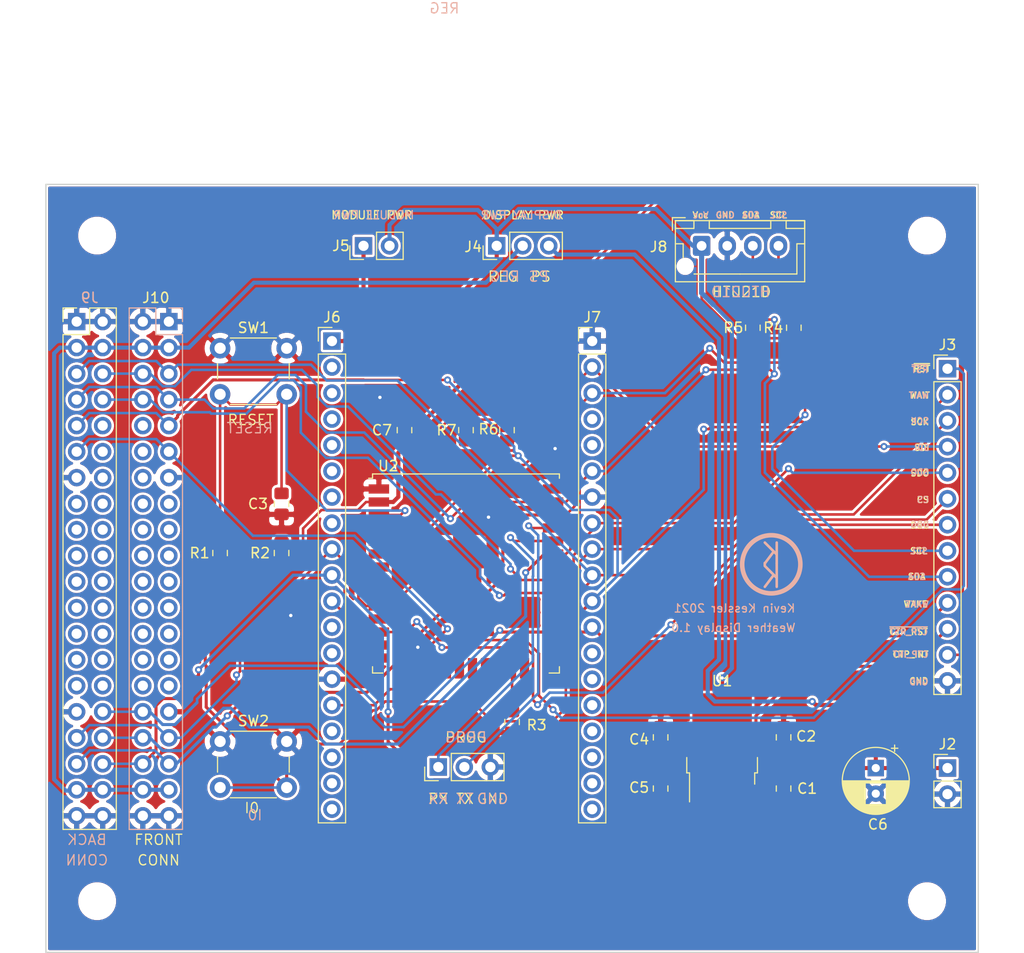
<source format=kicad_pcb>
(kicad_pcb (version 20171130) (host pcbnew 5.1.5+dfsg1-2build2)
  (layers (0 F.Cu signal) (31 B.Cu signal) (34 B.Paste user) (35 F.Paste user) (36 B.SilkS user) (37 F.SilkS user) (38 B.Mask user) (39 F.Mask user) (44 Edge.Cuts user))
  (net 0 "")
  (net 1 GND)
  (net 2 +5V)
  (net 3 "Net-(C3-Pad1)")
  (net 4 +3V3)
  (net 5 /TX)
  (net 6 /RX)
  (net 7 /~RST)
  (net 8 /WAIT)
  (net 9 /SCK)
  (net 10 /SDI)
  (net 11 /SDO)
  (net 12 /CS)
  (net 13 /DBG)
  (net 14 /SCL)
  (net 15 /SDA)
  (net 16 /WAKE)
  (net 17 /~CTP_RST)
  (net 18 /CTP_INT)
  (net 19 VDD)
  (net 20 "Net-(J5-Pad1)")
  (net 21 "Net-(J6-Pad19)")
  (net 22 "Net-(J6-Pad18)")
  (net 23 "Net-(J6-Pad17)")
  (net 24 "Net-(J6-Pad16)")
  (net 25 "Net-(J6-Pad13)")
  (net 26 "Net-(J6-Pad12)")
  (net 27 "Net-(J6-Pad8)")
  (net 28 "Net-(J6-Pad7)")
  (net 29 "Net-(J6-Pad6)")
  (net 30 "Net-(J6-Pad5)")
  (net 31 "Net-(J6-Pad4)")
  (net 32 "Net-(J6-Pad3)")
  (net 33 "Net-(J6-Pad2)")
  (net 34 "Net-(J7-Pad4)")
  (net 35 "Net-(J7-Pad5)")
  (net 36 "Net-(J7-Pad13)")
  (net 37 "Net-(J7-Pad14)")
  (net 38 "Net-(J7-Pad15)")
  (net 39 "Net-(J7-Pad16)")
  (net 40 "Net-(J7-Pad17)")
  (net 41 "Net-(J7-Pad18)")
  (net 42 "Net-(J7-Pad19)")
  (net 43 "Net-(J9-Pad30)")
  (net 44 "Net-(J9-Pad29)")
  (net 45 "Net-(J9-Pad28)")
  (net 46 "Net-(J9-Pad27)")
  (net 47 "Net-(J9-Pad26)")
  (net 48 "Net-(J9-Pad25)")
  (net 49 "Net-(J9-Pad24)")
  (net 50 "Net-(J9-Pad23)")
  (net 51 "Net-(J9-Pad22)")
  (net 52 "Net-(J9-Pad21)")
  (net 53 "Net-(J9-Pad20)")
  (net 54 "Net-(J9-Pad19)")
  (net 55 "Net-(J9-Pad18)")
  (net 56 "Net-(J9-Pad17)")
  (net 57 "Net-(J9-Pad16)")
  (net 58 "Net-(J9-Pad15)")
  (net 59 "Net-(J9-Pad14)")
  (net 60 "Net-(J9-Pad12)")
  (net 61 "Net-(J9-Pad10)")
  (net 62 "Net-(J10-Pad10)")
  (net 63 "Net-(J10-Pad12)")
  (net 64 "Net-(J10-Pad14)")
  (net 65 "Net-(J10-Pad15)")
  (net 66 "Net-(J10-Pad16)")
  (net 67 "Net-(J10-Pad17)")
  (net 68 "Net-(J10-Pad18)")
  (net 69 "Net-(J10-Pad19)")
  (net 70 "Net-(J10-Pad20)")
  (net 71 "Net-(J10-Pad21)")
  (net 72 "Net-(J10-Pad22)")
  (net 73 "Net-(J10-Pad23)")
  (net 74 "Net-(J10-Pad24)")
  (net 75 "Net-(J10-Pad25)")
  (net 76 "Net-(J10-Pad26)")
  (net 77 "Net-(J10-Pad27)")
  (net 78 "Net-(J10-Pad28)")
  (net 79 "Net-(J10-Pad29)")
  (net 80 "Net-(J10-Pad30)")
  (net 81 /IO0)
  (net 82 "Net-(R3-Pad1)")
  (net 83 "Net-(U2-Pad4)")
  (net 84 "Net-(U2-Pad5)")
  (net 85 "Net-(U2-Pad6)")
  (net 86 "Net-(U2-Pad7)")
  (net 87 "Net-(U2-Pad8)")
  (net 88 "Net-(U2-Pad9)")
  (net 89 "Net-(U2-Pad13)")
  (net 90 "Net-(U2-Pad14)")
  (net 91 "Net-(U2-Pad17)")
  (net 92 "Net-(U2-Pad18)")
  (net 93 "Net-(U2-Pad19)")
  (net 94 "Net-(U2-Pad20)")
  (net 95 "Net-(U2-Pad21)")
  (net 96 "Net-(U2-Pad22)")
  (net 97 "Net-(U2-Pad24)")
  (net 98 "Net-(U2-Pad26)")
  (net 99 "Net-(U2-Pad32)")
  (module KevinLibrary:LogoBack (layer F.Cu) (at 164.8 136.1)
    (fp_text reference REF** hide)
    (fp_text value LogoBack hide)
    (fp_text user K (at 0 1.27) (layer B.SilkS) (effects (font (size 2.032 2.032) (thickness 0.254)) (justify mirror)))
    (fp_text user K (at 0 -1.016) (layer B.SilkS) (effects (font (size 2.032 2.032) (thickness 0.254)) (justify mirror)))
  )
  (module MountingHole:MountingHole_3.2mm_M3 (layer F.Cu) (at 99 169)
    (fp_text reference REF** hide)
    (fp_text value MountingHole_3.2mm_M3)
    (pad 1 np_thru_hole circle (at 0 0) (size 3.2 3.2) (drill 3.2) (layers *.Cu *.Mask))
  )
  (module MountingHole:MountingHole_3.2mm_M3 (layer F.Cu) (at 99 104)
    (fp_text reference REF** hide)
    (fp_text value MountingHole_3.2mm_M3)
    (pad 1 np_thru_hole circle (at 0 0) (size 3.2 3.2) (drill 3.2) (layers *.Cu *.Mask))
  )
  (module MountingHole:MountingHole_3.2mm_M3 (layer F.Cu) (at 180 104)
    (fp_text reference REF** hide)
    (fp_text value MountingHole_3.2mm_M3)
    (pad 1 np_thru_hole circle (at 0 0) (size 3.2 3.2) (drill 3.2) (layers *.Cu *.Mask))
  )
  (module MountingHole:MountingHole_3.2mm_M3 (layer F.Cu) (at 180 169)
    (fp_text reference REF** hide)
    (fp_text value MountingHole_3.2mm_M3)
    (pad 1 np_thru_hole circle (at 0 0) (size 3.2 3.2) (drill 3.2) (layers *.Cu *.Mask))
  )
  (module Capacitor_SMD:C_0805_2012Metric_Pad1.15x1.40mm_HandSolder (layer F.Cu) (at 166 158 90)
    (fp_text reference C1 (at 0 2.3 180) (layer F.SilkS))
    (fp_text value 100n)
    (pad 2 smd roundrect (at 1.025 0 90) (size 1.15 1.4) (layers F.Cu F.Paste F.Mask) (roundrect_rratio 0.217391) (net 1 GND))
    (pad 1 smd roundrect (at -1.025 0 90) (size 1.15 1.4) (layers F.Cu F.Paste F.Mask) (roundrect_rratio 0.217391) (net 2 +5V))
  )
  (module Capacitor_SMD:C_0805_2012Metric_Pad1.15x1.40mm_HandSolder (layer F.Cu) (at 166 153 90)
    (fp_text reference C2 (at 0.1 2.2 180) (layer F.SilkS))
    (fp_text value 10u)
    (pad 2 smd roundrect (at 1.025 0 90) (size 1.15 1.4) (layers F.Cu F.Paste F.Mask) (roundrect_rratio 0.217391) (net 1 GND))
    (pad 1 smd roundrect (at -1.025 0 90) (size 1.15 1.4) (layers F.Cu F.Paste F.Mask) (roundrect_rratio 0.217391) (net 2 +5V))
  )
  (module Capacitor_SMD:C_0805_2012Metric_Pad1.15x1.40mm_HandSolder (layer F.Cu) (at 117 130.2 270)
    (fp_text reference C3 (at 0 2.3 180) (layer F.SilkS))
    (fp_text value 100n)
    (pad 1 smd roundrect (at -1.025 0 270) (size 1.15 1.4) (layers F.Cu F.Paste F.Mask) (roundrect_rratio 0.217391) (net 3 "Net-(C3-Pad1)"))
    (pad 2 smd roundrect (at 1.025 0 270) (size 1.15 1.4) (layers F.Cu F.Paste F.Mask) (roundrect_rratio 0.217391) (net 1 GND))
  )
  (module Capacitor_SMD:C_0805_2012Metric_Pad1.15x1.40mm_HandSolder (layer F.Cu) (at 154 153 90)
    (fp_text reference C4 (at -0.2 -2.1 180) (layer F.SilkS))
    (fp_text value 10u)
    (pad 1 smd roundrect (at -1.025 0 90) (size 1.15 1.4) (layers F.Cu F.Paste F.Mask) (roundrect_rratio 0.217391) (net 4 +3V3))
    (pad 2 smd roundrect (at 1.025 0 90) (size 1.15 1.4) (layers F.Cu F.Paste F.Mask) (roundrect_rratio 0.217391) (net 1 GND))
  )
  (module Capacitor_SMD:C_0805_2012Metric_Pad1.15x1.40mm_HandSolder (layer F.Cu) (at 154 158 90)
    (fp_text reference C5 (at 0.1 -2.1 180) (layer F.SilkS))
    (fp_text value 100n)
    (pad 1 smd roundrect (at -1.025 0 90) (size 1.15 1.4) (layers F.Cu F.Paste F.Mask) (roundrect_rratio 0.217391) (net 4 +3V3))
    (pad 2 smd roundrect (at 1.025 0 90) (size 1.15 1.4) (layers F.Cu F.Paste F.Mask) (roundrect_rratio 0.217391) (net 1 GND))
  )
  (module Capacitor_THT:CP_Radial_D6.3mm_P2.50mm (layer F.Cu) (at 175 156 270)
    (fp_text reference C6 (at 5.5 -0.2 180) (layer F.SilkS))
    (fp_text value CP1)
    (pad 1 thru_hole rect (at 0 0 270) (size 1.6 1.6) (drill 0.8) (layers *.Cu *.Mask) (net 2 +5V))
    (pad 2 thru_hole circle (at 2.5 0 270) (size 1.6 1.6) (drill 0.8) (layers *.Cu *.Mask) (net 1 GND))
  )
  (module Connector_PinHeader_2.54mm:PinHeader_1x03_P2.54mm_Vertical (layer F.Cu) (at 132.3 155.9 90)
    (fp_text reference J1 hide)
    (fp_text value PROG_HEADER)
    (pad 3 thru_hole oval (at 0 5.08 90) (size 1.7 1.7) (drill 1) (layers *.Cu *.Mask) (net 1 GND))
    (pad 2 thru_hole oval (at 0 2.54 90) (size 1.7 1.7) (drill 1) (layers *.Cu *.Mask) (net 5 /TX))
    (pad 1 thru_hole rect (at 0 0 90) (size 1.7 1.7) (drill 1) (layers *.Cu *.Mask) (net 6 /RX))
  )
  (module Connector_PinHeader_2.54mm:PinHeader_1x02_P2.54mm_Vertical (layer F.Cu) (at 182 156)
    (fp_text reference J2 (at 0 -2.33) (layer F.SilkS))
    (fp_text value POWER)
    (pad 1 thru_hole rect (at 0 0) (size 1.7 1.7) (drill 1) (layers *.Cu *.Mask) (net 2 +5V))
    (pad 2 thru_hole oval (at 0 2.54) (size 1.7 1.7) (drill 1) (layers *.Cu *.Mask) (net 1 GND))
  )
  (module Connector_PinHeader_2.54mm:PinHeader_1x13_P2.54mm_Vertical (layer F.Cu) (at 182 117)
    (fp_text reference J3 (at 0 -2.33) (layer F.SilkS))
    (fp_text value DEBUG)
    (pad 1 thru_hole rect (at 0 0) (size 1.7 1.7) (drill 1) (layers *.Cu *.Mask) (net 7 /~RST))
    (pad 2 thru_hole oval (at 0 2.54) (size 1.7 1.7) (drill 1) (layers *.Cu *.Mask) (net 8 /WAIT))
    (pad 3 thru_hole oval (at 0 5.08) (size 1.7 1.7) (drill 1) (layers *.Cu *.Mask) (net 9 /SCK))
    (pad 4 thru_hole oval (at 0 7.62) (size 1.7 1.7) (drill 1) (layers *.Cu *.Mask) (net 10 /SDI))
    (pad 5 thru_hole oval (at 0 10.16) (size 1.7 1.7) (drill 1) (layers *.Cu *.Mask) (net 11 /SDO))
    (pad 6 thru_hole oval (at 0 12.7) (size 1.7 1.7) (drill 1) (layers *.Cu *.Mask) (net 12 /CS))
    (pad 7 thru_hole oval (at 0 15.24) (size 1.7 1.7) (drill 1) (layers *.Cu *.Mask) (net 13 /DBG))
    (pad 8 thru_hole oval (at 0 17.78) (size 1.7 1.7) (drill 1) (layers *.Cu *.Mask) (net 14 /SCL))
    (pad 9 thru_hole oval (at 0 20.32) (size 1.7 1.7) (drill 1) (layers *.Cu *.Mask) (net 15 /SDA))
    (pad 10 thru_hole oval (at 0 22.86) (size 1.7 1.7) (drill 1) (layers *.Cu *.Mask) (net 16 /WAKE))
    (pad 11 thru_hole oval (at 0 25.4) (size 1.7 1.7) (drill 1) (layers *.Cu *.Mask) (net 17 /~CTP_RST))
    (pad 12 thru_hole oval (at 0 27.94) (size 1.7 1.7) (drill 1) (layers *.Cu *.Mask) (net 18 /CTP_INT))
    (pad 13 thru_hole oval (at 0 30.48) (size 1.7 1.7) (drill 1) (layers *.Cu *.Mask) (net 1 GND))
  )
  (module Connector_PinHeader_2.54mm:PinHeader_1x03_P2.54mm_Vertical (layer F.Cu) (at 138 105 90)
    (fp_text reference J4 (at -0.1 -2.3 180) (layer F.SilkS))
    (fp_text value DISPLAY_POWER_JUMPER)
    (pad 1 thru_hole rect (at 0 0 90) (size 1.7 1.7) (drill 1) (layers *.Cu *.Mask) (net 4 +3V3))
    (pad 2 thru_hole oval (at 0 2.54 90) (size 1.7 1.7) (drill 1) (layers *.Cu *.Mask) (net 19 VDD))
    (pad 3 thru_hole oval (at 0 5.08 90) (size 1.7 1.7) (drill 1) (layers *.Cu *.Mask) (net 2 +5V))
  )
  (module Connector_PinHeader_2.54mm:PinHeader_1x02_P2.54mm_Vertical (layer F.Cu) (at 125 105 90)
    (fp_text reference J5 (at 0 -2.2 180) (layer F.SilkS))
    (fp_text value ESP32_POWER_JUMPER)
    (pad 2 thru_hole oval (at 0 2.54 90) (size 1.7 1.7) (drill 1) (layers *.Cu *.Mask) (net 4 +3V3))
    (pad 1 thru_hole rect (at 0 0 90) (size 1.7 1.7) (drill 1) (layers *.Cu *.Mask) (net 20 "Net-(J5-Pad1)"))
  )
  (module Connector_PinHeader_2.54mm:PinHeader_1x19_P2.54mm_Vertical (layer F.Cu) (at 121.92 114.3)
    (fp_text reference J6 (at 0 -2.33) (layer F.SilkS))
    (fp_text value MODULE_LEFT)
    (pad 19 thru_hole oval (at 0 45.72) (size 1.7 1.7) (drill 1) (layers *.Cu *.Mask) (net 21 "Net-(J6-Pad19)"))
    (pad 18 thru_hole oval (at 0 43.18) (size 1.7 1.7) (drill 1) (layers *.Cu *.Mask) (net 22 "Net-(J6-Pad18)"))
    (pad 17 thru_hole oval (at 0 40.64) (size 1.7 1.7) (drill 1) (layers *.Cu *.Mask) (net 23 "Net-(J6-Pad17)"))
    (pad 16 thru_hole oval (at 0 38.1) (size 1.7 1.7) (drill 1) (layers *.Cu *.Mask) (net 24 "Net-(J6-Pad16)"))
    (pad 15 thru_hole oval (at 0 35.56) (size 1.7 1.7) (drill 1) (layers *.Cu *.Mask) (net 7 /~RST))
    (pad 14 thru_hole oval (at 0 33.02) (size 1.7 1.7) (drill 1) (layers *.Cu *.Mask) (net 1 GND))
    (pad 13 thru_hole oval (at 0 30.48) (size 1.7 1.7) (drill 1) (layers *.Cu *.Mask) (net 25 "Net-(J6-Pad13)"))
    (pad 12 thru_hole oval (at 0 27.94) (size 1.7 1.7) (drill 1) (layers *.Cu *.Mask) (net 26 "Net-(J6-Pad12)"))
    (pad 11 thru_hole oval (at 0 25.4) (size 1.7 1.7) (drill 1) (layers *.Cu *.Mask) (net 13 /DBG))
    (pad 10 thru_hole oval (at 0 22.86) (size 1.7 1.7) (drill 1) (layers *.Cu *.Mask) (net 17 /~CTP_RST))
    (pad 9 thru_hole oval (at 0 20.32) (size 1.7 1.7) (drill 1) (layers *.Cu *.Mask) (net 18 /CTP_INT))
    (pad 8 thru_hole oval (at 0 17.78) (size 1.7 1.7) (drill 1) (layers *.Cu *.Mask) (net 27 "Net-(J6-Pad8)"))
    (pad 7 thru_hole oval (at 0 15.24) (size 1.7 1.7) (drill 1) (layers *.Cu *.Mask) (net 28 "Net-(J6-Pad7)"))
    (pad 6 thru_hole oval (at 0 12.7) (size 1.7 1.7) (drill 1) (layers *.Cu *.Mask) (net 29 "Net-(J6-Pad6)"))
    (pad 5 thru_hole oval (at 0 10.16) (size 1.7 1.7) (drill 1) (layers *.Cu *.Mask) (net 30 "Net-(J6-Pad5)"))
    (pad 4 thru_hole oval (at 0 7.62) (size 1.7 1.7) (drill 1) (layers *.Cu *.Mask) (net 31 "Net-(J6-Pad4)"))
    (pad 3 thru_hole oval (at 0 5.08) (size 1.7 1.7) (drill 1) (layers *.Cu *.Mask) (net 32 "Net-(J6-Pad3)"))
    (pad 2 thru_hole oval (at 0 2.54) (size 1.7 1.7) (drill 1) (layers *.Cu *.Mask) (net 33 "Net-(J6-Pad2)"))
    (pad 1 thru_hole rect (at 0 0) (size 1.7 1.7) (drill 1) (layers *.Cu *.Mask) (net 20 "Net-(J5-Pad1)"))
  )
  (module Connector_PinHeader_2.54mm:PinHeader_1x19_P2.54mm_Vertical (layer F.Cu) (at 147.32 114.3)
    (fp_text reference J7 (at 0 -2.33) (layer F.SilkS))
    (fp_text value MODULE_RIGHT)
    (pad 1 thru_hole rect (at 0 0) (size 1.7 1.7) (drill 1) (layers *.Cu *.Mask) (net 1 GND))
    (pad 2 thru_hole oval (at 0 2.54) (size 1.7 1.7) (drill 1) (layers *.Cu *.Mask) (net 10 /SDI))
    (pad 3 thru_hole oval (at 0 5.08) (size 1.7 1.7) (drill 1) (layers *.Cu *.Mask) (net 14 /SCL))
    (pad 4 thru_hole oval (at 0 7.62) (size 1.7 1.7) (drill 1) (layers *.Cu *.Mask) (net 34 "Net-(J7-Pad4)"))
    (pad 5 thru_hole oval (at 0 10.16) (size 1.7 1.7) (drill 1) (layers *.Cu *.Mask) (net 35 "Net-(J7-Pad5)"))
    (pad 6 thru_hole oval (at 0 12.7) (size 1.7 1.7) (drill 1) (layers *.Cu *.Mask) (net 15 /SDA))
    (pad 7 thru_hole oval (at 0 15.24) (size 1.7 1.7) (drill 1) (layers *.Cu *.Mask) (net 1 GND))
    (pad 8 thru_hole oval (at 0 17.78) (size 1.7 1.7) (drill 1) (layers *.Cu *.Mask) (net 11 /SDO))
    (pad 9 thru_hole oval (at 0 20.32) (size 1.7 1.7) (drill 1) (layers *.Cu *.Mask) (net 9 /SCK))
    (pad 10 thru_hole oval (at 0 22.86) (size 1.7 1.7) (drill 1) (layers *.Cu *.Mask) (net 12 /CS))
    (pad 11 thru_hole oval (at 0 25.4) (size 1.7 1.7) (drill 1) (layers *.Cu *.Mask) (net 8 /WAIT))
    (pad 12 thru_hole oval (at 0 27.94) (size 1.7 1.7) (drill 1) (layers *.Cu *.Mask) (net 16 /WAKE))
    (pad 13 thru_hole oval (at 0 30.48) (size 1.7 1.7) (drill 1) (layers *.Cu *.Mask) (net 36 "Net-(J7-Pad13)"))
    (pad 14 thru_hole oval (at 0 33.02) (size 1.7 1.7) (drill 1) (layers *.Cu *.Mask) (net 37 "Net-(J7-Pad14)"))
    (pad 15 thru_hole oval (at 0 35.56) (size 1.7 1.7) (drill 1) (layers *.Cu *.Mask) (net 38 "Net-(J7-Pad15)"))
    (pad 16 thru_hole oval (at 0 38.1) (size 1.7 1.7) (drill 1) (layers *.Cu *.Mask) (net 39 "Net-(J7-Pad16)"))
    (pad 17 thru_hole oval (at 0 40.64) (size 1.7 1.7) (drill 1) (layers *.Cu *.Mask) (net 40 "Net-(J7-Pad17)"))
    (pad 18 thru_hole oval (at 0 43.18) (size 1.7 1.7) (drill 1) (layers *.Cu *.Mask) (net 41 "Net-(J7-Pad18)"))
    (pad 19 thru_hole oval (at 0 45.72) (size 1.7 1.7) (drill 1) (layers *.Cu *.Mask) (net 42 "Net-(J7-Pad19)"))
  )
  (module Connector_JST:JST_XH_B4B-XH-AM_1x04_P2.50mm_Vertical (layer F.Cu) (at 158 105)
    (fp_text reference J8 (at -4.2 0.1) (layer F.SilkS))
    (fp_text value HTU21D)
    (pad 1 thru_hole roundrect (at 0 0) (size 1.7 1.95) (drill 0.95) (layers *.Cu *.Mask) (roundrect_rratio 0.147059) (net 4 +3V3))
    (pad 2 thru_hole oval (at 2.5 0) (size 1.7 1.95) (drill 0.95) (layers *.Cu *.Mask) (net 1 GND))
    (pad 3 thru_hole oval (at 5 0) (size 1.7 1.95) (drill 0.95) (layers *.Cu *.Mask) (net 15 /SDA))
    (pad 4 thru_hole oval (at 7.5 0) (size 1.7 1.95) (drill 0.95) (layers *.Cu *.Mask) (net 14 /SCL))
    (pad "" np_thru_hole circle (at -1.6 2) (size 1.2 1.2) (drill 1.2) (layers *.Cu *.Mask))
  )
  (module Connector_PinHeader_2.54mm:PinHeader_2x20_P2.54mm_Vertical (layer F.Cu) (at 97 112.4)
    (fp_text reference J9 (at 1.27 -2.33) (layer B.SilkS) (effects (justify mirror)))
    (fp_text value DISPLAY)
    (pad 40 thru_hole oval (at 2.54 48.26) (size 1.7 1.7) (drill 1) (layers *.Cu *.Mask) (net 1 GND))
    (pad 39 thru_hole oval (at 0 48.26) (size 1.7 1.7) (drill 1) (layers *.Cu *.Mask) (net 1 GND))
    (pad 38 thru_hole oval (at 2.54 45.72) (size 1.7 1.7) (drill 1) (layers *.Cu *.Mask) (net 19 VDD))
    (pad 37 thru_hole oval (at 0 45.72) (size 1.7 1.7) (drill 1) (layers *.Cu *.Mask) (net 19 VDD))
    (pad 36 thru_hole oval (at 2.54 43.18) (size 1.7 1.7) (drill 1) (layers *.Cu *.Mask) (net 17 /~CTP_RST))
    (pad 35 thru_hole oval (at 0 43.18) (size 1.7 1.7) (drill 1) (layers *.Cu *.Mask) (net 14 /SCL))
    (pad 34 thru_hole oval (at 2.54 40.64) (size 1.7 1.7) (drill 1) (layers *.Cu *.Mask) (net 15 /SDA))
    (pad 33 thru_hole oval (at 0 40.64) (size 1.7 1.7) (drill 1) (layers *.Cu *.Mask) (net 18 /CTP_INT))
    (pad 32 thru_hole oval (at 2.54 38.1) (size 1.7 1.7) (drill 1) (layers *.Cu *.Mask) (net 16 /WAKE))
    (pad 31 thru_hole oval (at 0 38.1) (size 1.7 1.7) (drill 1) (layers *.Cu *.Mask) (net 1 GND))
    (pad 30 thru_hole oval (at 2.54 35.56) (size 1.7 1.7) (drill 1) (layers *.Cu *.Mask) (net 43 "Net-(J9-Pad30)"))
    (pad 29 thru_hole oval (at 0 35.56) (size 1.7 1.7) (drill 1) (layers *.Cu *.Mask) (net 44 "Net-(J9-Pad29)"))
    (pad 28 thru_hole oval (at 2.54 33.02) (size 1.7 1.7) (drill 1) (layers *.Cu *.Mask) (net 45 "Net-(J9-Pad28)"))
    (pad 27 thru_hole oval (at 0 33.02) (size 1.7 1.7) (drill 1) (layers *.Cu *.Mask) (net 46 "Net-(J9-Pad27)"))
    (pad 26 thru_hole oval (at 2.54 30.48) (size 1.7 1.7) (drill 1) (layers *.Cu *.Mask) (net 47 "Net-(J9-Pad26)"))
    (pad 25 thru_hole oval (at 0 30.48) (size 1.7 1.7) (drill 1) (layers *.Cu *.Mask) (net 48 "Net-(J9-Pad25)"))
    (pad 24 thru_hole oval (at 2.54 27.94) (size 1.7 1.7) (drill 1) (layers *.Cu *.Mask) (net 49 "Net-(J9-Pad24)"))
    (pad 23 thru_hole oval (at 0 27.94) (size 1.7 1.7) (drill 1) (layers *.Cu *.Mask) (net 50 "Net-(J9-Pad23)"))
    (pad 22 thru_hole oval (at 2.54 25.4) (size 1.7 1.7) (drill 1) (layers *.Cu *.Mask) (net 51 "Net-(J9-Pad22)"))
    (pad 21 thru_hole oval (at 0 25.4) (size 1.7 1.7) (drill 1) (layers *.Cu *.Mask) (net 52 "Net-(J9-Pad21)"))
    (pad 20 thru_hole oval (at 2.54 22.86) (size 1.7 1.7) (drill 1) (layers *.Cu *.Mask) (net 53 "Net-(J9-Pad20)"))
    (pad 19 thru_hole oval (at 0 22.86) (size 1.7 1.7) (drill 1) (layers *.Cu *.Mask) (net 54 "Net-(J9-Pad19)"))
    (pad 18 thru_hole oval (at 2.54 20.32) (size 1.7 1.7) (drill 1) (layers *.Cu *.Mask) (net 55 "Net-(J9-Pad18)"))
    (pad 17 thru_hole oval (at 0 20.32) (size 1.7 1.7) (drill 1) (layers *.Cu *.Mask) (net 56 "Net-(J9-Pad17)"))
    (pad 16 thru_hole oval (at 2.54 17.78) (size 1.7 1.7) (drill 1) (layers *.Cu *.Mask) (net 57 "Net-(J9-Pad16)"))
    (pad 15 thru_hole oval (at 0 17.78) (size 1.7 1.7) (drill 1) (layers *.Cu *.Mask) (net 58 "Net-(J9-Pad15)"))
    (pad 14 thru_hole oval (at 2.54 15.24) (size 1.7 1.7) (drill 1) (layers *.Cu *.Mask) (net 59 "Net-(J9-Pad14)"))
    (pad 13 thru_hole oval (at 0 15.24) (size 1.7 1.7) (drill 1) (layers *.Cu *.Mask) (net 1 GND))
    (pad 12 thru_hole oval (at 2.54 12.7) (size 1.7 1.7) (drill 1) (layers *.Cu *.Mask) (net 60 "Net-(J9-Pad12)"))
    (pad 11 thru_hole oval (at 0 12.7) (size 1.7 1.7) (drill 1) (layers *.Cu *.Mask) (net 7 /~RST))
    (pad 10 thru_hole oval (at 2.54 10.16) (size 1.7 1.7) (drill 1) (layers *.Cu *.Mask) (net 61 "Net-(J9-Pad10)"))
    (pad 9 thru_hole oval (at 0 10.16) (size 1.7 1.7) (drill 1) (layers *.Cu *.Mask) (net 8 /WAIT))
    (pad 8 thru_hole oval (at 2.54 7.62) (size 1.7 1.7) (drill 1) (layers *.Cu *.Mask) (net 9 /SCK))
    (pad 7 thru_hole oval (at 0 7.62) (size 1.7 1.7) (drill 1) (layers *.Cu *.Mask) (net 10 /SDI))
    (pad 6 thru_hole oval (at 2.54 5.08) (size 1.7 1.7) (drill 1) (layers *.Cu *.Mask) (net 11 /SDO))
    (pad 5 thru_hole oval (at 0 5.08) (size 1.7 1.7) (drill 1) (layers *.Cu *.Mask) (net 12 /CS))
    (pad 4 thru_hole oval (at 2.54 2.54) (size 1.7 1.7) (drill 1) (layers *.Cu *.Mask) (net 19 VDD))
    (pad 3 thru_hole oval (at 0 2.54) (size 1.7 1.7) (drill 1) (layers *.Cu *.Mask) (net 19 VDD))
    (pad 2 thru_hole oval (at 2.54 0) (size 1.7 1.7) (drill 1) (layers *.Cu *.Mask) (net 1 GND))
    (pad 1 thru_hole rect (at 0 0) (size 1.7 1.7) (drill 1) (layers *.Cu *.Mask) (net 1 GND))
  )
  (module Connector_PinHeader_2.54mm:PinHeader_2x20_P2.54mm_Vertical (layer B.Cu) (at 106 112.4 180)
    (fp_text reference J10 (at 1.27 2.33) (layer F.SilkS))
    (fp_text value DISPLAY_2)
    (pad 1 thru_hole rect (at 0 0 180) (size 1.7 1.7) (drill 1) (layers *.Cu *.Mask) (net 1 GND))
    (pad 2 thru_hole oval (at 2.54 0 180) (size 1.7 1.7) (drill 1) (layers *.Cu *.Mask) (net 1 GND))
    (pad 3 thru_hole oval (at 0 -2.54 180) (size 1.7 1.7) (drill 1) (layers *.Cu *.Mask) (net 19 VDD))
    (pad 4 thru_hole oval (at 2.54 -2.54 180) (size 1.7 1.7) (drill 1) (layers *.Cu *.Mask) (net 19 VDD))
    (pad 5 thru_hole oval (at 0 -5.08 180) (size 1.7 1.7) (drill 1) (layers *.Cu *.Mask) (net 12 /CS))
    (pad 6 thru_hole oval (at 2.54 -5.08 180) (size 1.7 1.7) (drill 1) (layers *.Cu *.Mask) (net 11 /SDO))
    (pad 7 thru_hole oval (at 0 -7.62 180) (size 1.7 1.7) (drill 1) (layers *.Cu *.Mask) (net 10 /SDI))
    (pad 8 thru_hole oval (at 2.54 -7.62 180) (size 1.7 1.7) (drill 1) (layers *.Cu *.Mask) (net 9 /SCK))
    (pad 9 thru_hole oval (at 0 -10.16 180) (size 1.7 1.7) (drill 1) (layers *.Cu *.Mask) (net 8 /WAIT))
    (pad 10 thru_hole oval (at 2.54 -10.16 180) (size 1.7 1.7) (drill 1) (layers *.Cu *.Mask) (net 62 "Net-(J10-Pad10)"))
    (pad 11 thru_hole oval (at 0 -12.7 180) (size 1.7 1.7) (drill 1) (layers *.Cu *.Mask) (net 7 /~RST))
    (pad 12 thru_hole oval (at 2.54 -12.7 180) (size 1.7 1.7) (drill 1) (layers *.Cu *.Mask) (net 63 "Net-(J10-Pad12)"))
    (pad 13 thru_hole oval (at 0 -15.24 180) (size 1.7 1.7) (drill 1) (layers *.Cu *.Mask) (net 1 GND))
    (pad 14 thru_hole oval (at 2.54 -15.24 180) (size 1.7 1.7) (drill 1) (layers *.Cu *.Mask) (net 64 "Net-(J10-Pad14)"))
    (pad 15 thru_hole oval (at 0 -17.78 180) (size 1.7 1.7) (drill 1) (layers *.Cu *.Mask) (net 65 "Net-(J10-Pad15)"))
    (pad 16 thru_hole oval (at 2.54 -17.78 180) (size 1.7 1.7) (drill 1) (layers *.Cu *.Mask) (net 66 "Net-(J10-Pad16)"))
    (pad 17 thru_hole oval (at 0 -20.32 180) (size 1.7 1.7) (drill 1) (layers *.Cu *.Mask) (net 67 "Net-(J10-Pad17)"))
    (pad 18 thru_hole oval (at 2.54 -20.32 180) (size 1.7 1.7) (drill 1) (layers *.Cu *.Mask) (net 68 "Net-(J10-Pad18)"))
    (pad 19 thru_hole oval (at 0 -22.86 180) (size 1.7 1.7) (drill 1) (layers *.Cu *.Mask) (net 69 "Net-(J10-Pad19)"))
    (pad 20 thru_hole oval (at 2.54 -22.86 180) (size 1.7 1.7) (drill 1) (layers *.Cu *.Mask) (net 70 "Net-(J10-Pad20)"))
    (pad 21 thru_hole oval (at 0 -25.4 180) (size 1.7 1.7) (drill 1) (layers *.Cu *.Mask) (net 71 "Net-(J10-Pad21)"))
    (pad 22 thru_hole oval (at 2.54 -25.4 180) (size 1.7 1.7) (drill 1) (layers *.Cu *.Mask) (net 72 "Net-(J10-Pad22)"))
    (pad 23 thru_hole oval (at 0 -27.94 180) (size 1.7 1.7) (drill 1) (layers *.Cu *.Mask) (net 73 "Net-(J10-Pad23)"))
    (pad 24 thru_hole oval (at 2.54 -27.94 180) (size 1.7 1.7) (drill 1) (layers *.Cu *.Mask) (net 74 "Net-(J10-Pad24)"))
    (pad 25 thru_hole oval (at 0 -30.48 180) (size 1.7 1.7) (drill 1) (layers *.Cu *.Mask) (net 75 "Net-(J10-Pad25)"))
    (pad 26 thru_hole oval (at 2.54 -30.48 180) (size 1.7 1.7) (drill 1) (layers *.Cu *.Mask) (net 76 "Net-(J10-Pad26)"))
    (pad 27 thru_hole oval (at 0 -33.02 180) (size 1.7 1.7) (drill 1) (layers *.Cu *.Mask) (net 77 "Net-(J10-Pad27)"))
    (pad 28 thru_hole oval (at 2.54 -33.02 180) (size 1.7 1.7) (drill 1) (layers *.Cu *.Mask) (net 78 "Net-(J10-Pad28)"))
    (pad 29 thru_hole oval (at 0 -35.56 180) (size 1.7 1.7) (drill 1) (layers *.Cu *.Mask) (net 79 "Net-(J10-Pad29)"))
    (pad 30 thru_hole oval (at 2.54 -35.56 180) (size 1.7 1.7) (drill 1) (layers *.Cu *.Mask) (net 80 "Net-(J10-Pad30)"))
    (pad 31 thru_hole oval (at 0 -38.1 180) (size 1.7 1.7) (drill 1) (layers *.Cu *.Mask) (net 1 GND))
    (pad 32 thru_hole oval (at 2.54 -38.1 180) (size 1.7 1.7) (drill 1) (layers *.Cu *.Mask) (net 16 /WAKE))
    (pad 33 thru_hole oval (at 0 -40.64 180) (size 1.7 1.7) (drill 1) (layers *.Cu *.Mask) (net 18 /CTP_INT))
    (pad 34 thru_hole oval (at 2.54 -40.64 180) (size 1.7 1.7) (drill 1) (layers *.Cu *.Mask) (net 15 /SDA))
    (pad 35 thru_hole oval (at 0 -43.18 180) (size 1.7 1.7) (drill 1) (layers *.Cu *.Mask) (net 14 /SCL))
    (pad 36 thru_hole oval (at 2.54 -43.18 180) (size 1.7 1.7) (drill 1) (layers *.Cu *.Mask) (net 17 /~CTP_RST))
    (pad 37 thru_hole oval (at 0 -45.72 180) (size 1.7 1.7) (drill 1) (layers *.Cu *.Mask) (net 19 VDD))
    (pad 38 thru_hole oval (at 2.54 -45.72 180) (size 1.7 1.7) (drill 1) (layers *.Cu *.Mask) (net 19 VDD))
    (pad 39 thru_hole oval (at 0 -48.26 180) (size 1.7 1.7) (drill 1) (layers *.Cu *.Mask) (net 1 GND))
    (pad 40 thru_hole oval (at 2.54 -48.26 180) (size 1.7 1.7) (drill 1) (layers *.Cu *.Mask) (net 1 GND))
  )
  (module Resistor_SMD:R_0805_2012Metric_Pad1.15x1.40mm_HandSolder (layer F.Cu) (at 111 135 90)
    (fp_text reference R1 (at 0 -2 180) (layer F.SilkS))
    (fp_text value 10K)
    (pad 2 smd roundrect (at 1.025 0 90) (size 1.15 1.4) (layers F.Cu F.Paste F.Mask) (roundrect_rratio 0.217391) (net 3 "Net-(C3-Pad1)"))
    (pad 1 smd roundrect (at -1.025 0 90) (size 1.15 1.4) (layers F.Cu F.Paste F.Mask) (roundrect_rratio 0.217391) (net 4 +3V3))
  )
  (module Resistor_SMD:R_0805_2012Metric_Pad1.15x1.40mm_HandSolder (layer F.Cu) (at 117 135 90)
    (fp_text reference R2 (at 0 -2.1 180) (layer F.SilkS))
    (fp_text value 10K)
    (pad 1 smd roundrect (at -1.025 0 90) (size 1.15 1.4) (layers F.Cu F.Paste F.Mask) (roundrect_rratio 0.217391) (net 4 +3V3))
    (pad 2 smd roundrect (at 1.025 0 90) (size 1.15 1.4) (layers F.Cu F.Paste F.Mask) (roundrect_rratio 0.217391) (net 81 /IO0))
  )
  (module Resistor_SMD:R_0805_2012Metric_Pad1.15x1.40mm_HandSolder (layer F.Cu) (at 139.5 151.5 270)
    (fp_text reference R3 (at 0.3 -2.4 180) (layer F.SilkS))
    (fp_text value 10K)
    (pad 1 smd roundrect (at -1.025 0 270) (size 1.15 1.4) (layers F.Cu F.Paste F.Mask) (roundrect_rratio 0.217391) (net 82 "Net-(R3-Pad1)"))
    (pad 2 smd roundrect (at 1.025 0 270) (size 1.15 1.4) (layers F.Cu F.Paste F.Mask) (roundrect_rratio 0.217391) (net 1 GND))
  )
  (module Resistor_SMD:R_0805_2012Metric_Pad1.15x1.40mm_HandSolder (layer F.Cu) (at 167 113 90)
    (fp_text reference R4 (at 0 -2 180) (layer F.SilkS))
    (fp_text value 4.7K)
    (pad 2 smd roundrect (at 1.025 0 90) (size 1.15 1.4) (layers F.Cu F.Paste F.Mask) (roundrect_rratio 0.217391) (net 14 /SCL))
    (pad 1 smd roundrect (at -1.025 0 90) (size 1.15 1.4) (layers F.Cu F.Paste F.Mask) (roundrect_rratio 0.217391) (net 4 +3V3))
  )
  (module Resistor_SMD:R_0805_2012Metric_Pad1.15x1.40mm_HandSolder (layer F.Cu) (at 163 113 90)
    (fp_text reference R5 (at 0 -1.9 180) (layer F.SilkS))
    (fp_text value 4.7K)
    (pad 1 smd roundrect (at -1.025 0 90) (size 1.15 1.4) (layers F.Cu F.Paste F.Mask) (roundrect_rratio 0.217391) (net 4 +3V3))
    (pad 2 smd roundrect (at 1.025 0 90) (size 1.15 1.4) (layers F.Cu F.Paste F.Mask) (roundrect_rratio 0.217391) (net 15 /SDA))
  )
  (module Resistor_SMD:R_0805_2012Metric_Pad1.15x1.40mm_HandSolder (layer F.Cu) (at 139 123 270)
    (fp_text reference R6 (at -0.1 1.8 180) (layer F.SilkS))
    (fp_text value 10K)
    (pad 2 smd roundrect (at 1.025 0 270) (size 1.15 1.4) (layers F.Cu F.Paste F.Mask) (roundrect_rratio 0.217391) (net 18 /CTP_INT))
    (pad 1 smd roundrect (at -1.025 0 270) (size 1.15 1.4) (layers F.Cu F.Paste F.Mask) (roundrect_rratio 0.217391) (net 4 +3V3))
  )
  (module Resistor_SMD:R_0805_2012Metric_Pad1.15x1.40mm_HandSolder (layer F.Cu) (at 135 123 270)
    (fp_text reference R7 (at 0 1.9 180) (layer F.SilkS))
    (fp_text value 10K)
    (pad 1 smd roundrect (at -1.025 0 270) (size 1.15 1.4) (layers F.Cu F.Paste F.Mask) (roundrect_rratio 0.217391) (net 4 +3V3))
    (pad 2 smd roundrect (at 1.025 0 270) (size 1.15 1.4) (layers F.Cu F.Paste F.Mask) (roundrect_rratio 0.217391) (net 8 /WAIT))
  )
  (module Button_Switch_THT:SW_PUSH_6mm (layer F.Cu) (at 111 115)
    (fp_text reference SW1 (at 3.25 -2) (layer F.SilkS))
    (fp_text value SW_EN)
    (pad 2 thru_hole circle (at 0 4.5 90) (size 2 2) (drill 1.1) (layers *.Cu *.Mask) (net 3 "Net-(C3-Pad1)"))
    (pad 1 thru_hole circle (at 0 0 90) (size 2 2) (drill 1.1) (layers *.Cu *.Mask) (net 1 GND))
    (pad 2 thru_hole circle (at 6.5 4.5 90) (size 2 2) (drill 1.1) (layers *.Cu *.Mask) (net 3 "Net-(C3-Pad1)"))
    (pad 1 thru_hole circle (at 6.5 0 90) (size 2 2) (drill 1.1) (layers *.Cu *.Mask) (net 1 GND))
  )
  (module Button_Switch_THT:SW_PUSH_6mm (layer F.Cu) (at 111 153.4)
    (fp_text reference SW2 (at 3.25 -2) (layer F.SilkS))
    (fp_text value SW_I0)
    (pad 1 thru_hole circle (at 6.5 0 90) (size 2 2) (drill 1.1) (layers *.Cu *.Mask) (net 1 GND))
    (pad 2 thru_hole circle (at 6.5 4.5 90) (size 2 2) (drill 1.1) (layers *.Cu *.Mask) (net 81 /IO0))
    (pad 1 thru_hole circle (at 0 0 90) (size 2 2) (drill 1.1) (layers *.Cu *.Mask) (net 1 GND))
    (pad 2 thru_hole circle (at 0 4.5 90) (size 2 2) (drill 1.1) (layers *.Cu *.Mask) (net 81 /IO0))
  )
  (module Package_TO_SOT_SMD:TO-252-2 (layer F.Cu) (at 160 154 90)
    (fp_text reference U1 (at 6.5 0 180) (layer F.SilkS))
    (fp_text value NCP1117-3.3_TO252)
    (pad 1 smd rect (at -4.2 -2.28 90) (size 2.2 1.2) (layers F.Cu F.Paste F.Mask) (net 1 GND))
    (pad 3 smd rect (at -4.2 2.28 90) (size 2.2 1.2) (layers F.Cu F.Paste F.Mask) (net 2 +5V))
    (pad 2 smd rect (at 2.1 0 90) (size 6.4 5.8) (layers F.Cu F.Mask) (net 4 +3V3))
  )
  (module RF_Module:ESP32-WROOM-32U (layer F.Cu) (at 135 137)
    (fp_text reference U2 (at -7.58 -10.5 180) (layer F.SilkS))
    (fp_text value ESP32-WROOM-32U)
    (pad 39 smd rect (at -1 -0.755) (size 5 5) (layers F.Cu F.Paste F.Mask) (net 1 GND))
    (pad 1 smd rect (at -8.5 -8.255) (size 2 0.9) (layers F.Cu F.Paste F.Mask) (net 1 GND))
    (pad 2 smd rect (at -8.5 -6.985) (size 2 0.9) (layers F.Cu F.Paste F.Mask) (net 4 +3V3))
    (pad 3 smd rect (at -8.5 -5.715) (size 2 0.9) (layers F.Cu F.Paste F.Mask) (net 3 "Net-(C3-Pad1)"))
    (pad 4 smd rect (at -8.5 -4.445) (size 2 0.9) (layers F.Cu F.Paste F.Mask) (net 83 "Net-(U2-Pad4)"))
    (pad 5 smd rect (at -8.5 -3.175) (size 2 0.9) (layers F.Cu F.Paste F.Mask) (net 84 "Net-(U2-Pad5)"))
    (pad 6 smd rect (at -8.5 -1.905) (size 2 0.9) (layers F.Cu F.Paste F.Mask) (net 85 "Net-(U2-Pad6)"))
    (pad 7 smd rect (at -8.5 -0.635) (size 2 0.9) (layers F.Cu F.Paste F.Mask) (net 86 "Net-(U2-Pad7)"))
    (pad 8 smd rect (at -8.5 0.635) (size 2 0.9) (layers F.Cu F.Paste F.Mask) (net 87 "Net-(U2-Pad8)"))
    (pad 9 smd rect (at -8.5 1.905) (size 2 0.9) (layers F.Cu F.Paste F.Mask) (net 88 "Net-(U2-Pad9)"))
    (pad 10 smd rect (at -8.5 3.175) (size 2 0.9) (layers F.Cu F.Paste F.Mask) (net 18 /CTP_INT))
    (pad 11 smd rect (at -8.5 4.445) (size 2 0.9) (layers F.Cu F.Paste F.Mask) (net 17 /~CTP_RST))
    (pad 12 smd rect (at -8.5 5.715) (size 2 0.9) (layers F.Cu F.Paste F.Mask) (net 13 /DBG))
    (pad 13 smd rect (at -8.5 6.985) (size 2 0.9) (layers F.Cu F.Paste F.Mask) (net 89 "Net-(U2-Pad13)"))
    (pad 14 smd rect (at -8.5 8.255) (size 2 0.9) (layers F.Cu F.Paste F.Mask) (net 90 "Net-(U2-Pad14)"))
    (pad 15 smd rect (at -5.715 9.255 270) (size 2 0.9) (layers F.Cu F.Paste F.Mask) (net 1 GND))
    (pad 16 smd rect (at -4.445 9.255 90) (size 2 0.9) (layers F.Cu F.Paste F.Mask) (net 7 /~RST))
    (pad 17 smd rect (at -3.175 9.255 90) (size 2 0.9) (layers F.Cu F.Paste F.Mask) (net 91 "Net-(U2-Pad17)"))
    (pad 18 smd rect (at -1.905 9.255 90) (size 2 0.9) (layers F.Cu F.Paste F.Mask) (net 92 "Net-(U2-Pad18)"))
    (pad 19 smd rect (at -0.635 9.255 90) (size 2 0.9) (layers F.Cu F.Paste F.Mask) (net 93 "Net-(U2-Pad19)"))
    (pad 20 smd rect (at 0.635 9.255 90) (size 2 0.9) (layers F.Cu F.Paste F.Mask) (net 94 "Net-(U2-Pad20)"))
    (pad 21 smd rect (at 1.905 9.255 90) (size 2 0.9) (layers F.Cu F.Paste F.Mask) (net 95 "Net-(U2-Pad21)"))
    (pad 22 smd rect (at 3.175 9.255 90) (size 2 0.9) (layers F.Cu F.Paste F.Mask) (net 96 "Net-(U2-Pad22)"))
    (pad 23 smd rect (at 4.445 9.255 90) (size 2 0.9) (layers F.Cu F.Paste F.Mask) (net 82 "Net-(R3-Pad1)"))
    (pad 24 smd rect (at 5.715 9.255 90) (size 2 0.9) (layers F.Cu F.Paste F.Mask) (net 97 "Net-(U2-Pad24)"))
    (pad 25 smd rect (at 8.5 8.255) (size 2 0.9) (layers F.Cu F.Paste F.Mask) (net 81 /IO0))
    (pad 26 smd rect (at 8.5 6.985) (size 2 0.9) (layers F.Cu F.Paste F.Mask) (net 98 "Net-(U2-Pad26)"))
    (pad 27 smd rect (at 8.5 5.715) (size 2 0.9) (layers F.Cu F.Paste F.Mask) (net 16 /WAKE))
    (pad 28 smd rect (at 8.5 4.445) (size 2 0.9) (layers F.Cu F.Paste F.Mask) (net 8 /WAIT))
    (pad 29 smd rect (at 8.5 3.175) (size 2 0.9) (layers F.Cu F.Paste F.Mask) (net 12 /CS))
    (pad 30 smd rect (at 8.5 1.905) (size 2 0.9) (layers F.Cu F.Paste F.Mask) (net 9 /SCK))
    (pad 31 smd rect (at 8.5 0.635) (size 2 0.9) (layers F.Cu F.Paste F.Mask) (net 11 /SDO))
    (pad 32 smd rect (at 8.5 -0.635) (size 2 0.9) (layers F.Cu F.Paste F.Mask) (net 99 "Net-(U2-Pad32)"))
    (pad 33 smd rect (at 8.5 -1.905) (size 2 0.9) (layers F.Cu F.Paste F.Mask) (net 15 /SDA))
    (pad 34 smd rect (at 8.5 -3.175) (size 2 0.9) (layers F.Cu F.Paste F.Mask) (net 6 /RX))
    (pad 35 smd rect (at 8.5 -4.445) (size 2 0.9) (layers F.Cu F.Paste F.Mask) (net 5 /TX))
    (pad 36 smd rect (at 8.5 -5.715) (size 2 0.9) (layers F.Cu F.Paste F.Mask) (net 14 /SCL))
    (pad 37 smd rect (at 8.5 -6.985) (size 2 0.9) (layers F.Cu F.Paste F.Mask) (net 10 /SDI))
    (pad 38 smd rect (at 8.5 -8.255) (size 2 0.9) (layers F.Cu F.Paste F.Mask) (net 1 GND))
  )
  (module Capacitor_SMD:C_0805_2012Metric_Pad1.15x1.40mm_HandSolder (layer F.Cu) (at 129 123 90)
    (fp_text reference C7 (at 0 -2.2 180) (layer F.SilkS))
    (fp_text value 10u)
    (pad 1 smd roundrect (at -1.025 0 90) (size 1.15 1.4) (layers F.Cu F.Paste F.Mask) (roundrect_rratio 0.217391) (net 4 +3V3))
    (pad 2 smd roundrect (at 1.025 0 90) (size 1.15 1.4) (layers F.Cu F.Paste F.Mask) (roundrect_rratio 0.217391) (net 1 GND))
  )
  (gr_text SCL (at 165.5 102) (layer B.SilkS) (effects (font (size 0.6 0.6) (thickness 0.127)) (justify mirror)))
  (gr_text SDA (at 162.8 102) (layer B.SilkS) (effects (font (size 0.6 0.6) (thickness 0.127)) (justify mirror)))
  (gr_text GND (at 160.3 102) (layer B.SilkS) (effects (font (size 0.6 0.6) (thickness 0.127)) (justify mirror)))
  (gr_text Vcc (at 157.9 102) (layer B.SilkS) (effects (font (size 0.6 0.6) (thickness 0.127)) (justify mirror)))
  (gr_text SCL (at 165.5 102) (layer F.SilkS) (effects (font (size 0.6 0.6) (thickness 0.127))))
  (gr_text SDA (at 162.8 102) (layer F.SilkS) (effects (font (size 0.6 0.6) (thickness 0.127))))
  (gr_text GND (at 160.3 102) (layer F.SilkS) (effects (font (size 0.6 0.6) (thickness 0.127))))
  (gr_text Vcc (at 157.9 102) (layer F.SilkS) (effects (font (size 0.6 0.6) (thickness 0.127))))
  (gr_text REG (at 138.8 108) (layer B.SilkS) (effects (font (size 1 1) (thickness 0.127)) (justify mirror)))
  (gr_text PROG (at 135 153) (layer B.SilkS) (effects (font (size 1 1) (thickness 0.127)) (justify mirror)))
  (gr_text PROG (at 135 153) (layer F.SilkS) (effects (font (size 1 1) (thickness 0.127))))
  (gr_text PS (at 142.1 108) (layer B.SilkS) (effects (font (size 1 1) (thickness 0.127)) (justify mirror)))
  (gr_text REG (at 132.9 81.8) (layer B.SilkS) (effects (font (size 1 1) (thickness 0.127)) (justify mirror)))
  (gr_text "Weather Display 1.0" (at 161.1 142.3) (layer B.SilkS) (effects (font (size 0.8 0.8) (thickness 0.127)) (justify mirror)))
  (gr_text "Kevin Kessler 2021" (at 161.2 140.4) (layer B.SilkS) (effects (font (size 0.8 0.8) (thickness 0.127)) (justify mirror)))
  (gr_text GND (at 137.6 159) (layer B.SilkS) (effects (font (size 1 1) (thickness 0.127)) (justify mirror)))
  (gr_text TX (at 134.9 159) (layer B.SilkS) (effects (font (size 1 1) (thickness 0.127)) (justify mirror)))
  (gr_text RX (at 132.3 159) (layer B.SilkS) (effects (font (size 1 1) (thickness 0.127)) (justify mirror)))
  (gr_text GND (at 179.2 147.6) (layer B.SilkS) (effects (font (size 0.6 0.6) (thickness 0.127)) (justify mirror)))
  (gr_text CTP_INT (at 178.4 144.9) (layer B.SilkS) (effects (font (size 0.6 0.6) (thickness 0.127)) (justify mirror)))
  (gr_text ~CTP_RST (at 178.2 142.7) (layer B.SilkS) (effects (font (size 0.6 0.6) (thickness 0.127)) (justify mirror)))
  (gr_text WAKE (at 179 140) (layer B.SilkS) (effects (font (size 0.6 0.6) (thickness 0.127)) (justify mirror)))
  (gr_text SDA (at 179 137.3) (layer B.SilkS) (effects (font (size 0.6 0.6) (thickness 0.127)) (justify mirror)))
  (gr_text SCL (at 179.2 134.8) (layer B.SilkS) (effects (font (size 0.6 0.6) (thickness 0.127)) (justify mirror)))
  (gr_text DBG (at 179.3 132.2) (layer B.SilkS) (effects (font (size 0.6 0.6) (thickness 0.127)) (justify mirror)))
  (gr_text CS (at 179.6 129.8) (layer B.SilkS) (effects (font (size 0.6 0.6) (thickness 0.127)) (justify mirror)))
  (gr_text SDO (at 179.3 127.1) (layer B.SilkS) (effects (font (size 0.6 0.6) (thickness 0.127)) (justify mirror)))
  (gr_text SDI (at 179.5 124.7) (layer B.SilkS) (effects (font (size 0.6 0.6) (thickness 0.127)) (justify mirror)))
  (gr_text SCK (at 179.3 122.1) (layer B.SilkS) (effects (font (size 0.6 0.6) (thickness 0.127)) (justify mirror)))
  (gr_text "WAIT\n" (at 179.2 119.6) (layer B.SilkS) (effects (font (size 0.6 0.6) (thickness 0.127)) (justify mirror)))
  (gr_text ~RST (at 179.3 117.1) (layer B.SilkS) (effects (font (size 0.6 0.6) (thickness 0.127)) (justify mirror)))
  (gr_text HTU21D (at 161.8 109.5) (layer B.SilkS) (effects (font (size 1 1) (thickness 0.127)) (justify mirror)))
  (gr_text "DISPLAY PWR" (at 140.4 102) (layer B.SilkS) (effects (font (size 0.8 0.8) (thickness 0.127)) (justify mirror)))
  (gr_text "MODULE PWR" (at 126 102) (layer B.SilkS) (effects (font (size 0.8 0.8) (thickness 0.127)) (justify mirror)))
  (gr_text RESET (at 113.9 122.8) (layer B.SilkS) (effects (font (size 1 1) (thickness 0.127)) (justify mirror)))
  (gr_text I0 (at 114.4 160.6) (layer B.SilkS) (effects (font (size 1 1) (thickness 0.127)) (justify mirror)))
  (gr_text CONN (at 98 165) (layer B.SilkS) (effects (font (size 1 1) (thickness 0.127)) (justify mirror)))
  (gr_text BACK (at 98 163) (layer B.SilkS) (effects (font (size 1 1) (thickness 0.127)) (justify mirror)))
  (gr_text GND (at 179.2 147.5) (layer F.SilkS) (effects (font (size 0.6 0.6) (thickness 0.127))))
  (gr_text CTP_INT (at 178.4 144.9) (layer F.SilkS) (effects (font (size 0.6 0.6) (thickness 0.127))))
  (gr_text ~CTP_RST (at 178.2 142.7) (layer F.SilkS) (effects (font (size 0.6 0.6) (thickness 0.127))))
  (gr_text WAKE (at 178.9 140) (layer F.SilkS) (effects (font (size 0.6 0.6) (thickness 0.127))))
  (gr_text SDA (at 179 137.3) (layer F.SilkS) (effects (font (size 0.6 0.6) (thickness 0.127))))
  (gr_text SCL (at 179.2 134.8) (layer F.SilkS) (effects (font (size 0.6 0.6) (thickness 0.127))))
  (gr_text DBG (at 179.3 132.3) (layer F.SilkS) (effects (font (size 0.6 0.6) (thickness 0.127))))
  (gr_text CS (at 179.6 129.8) (layer F.SilkS) (effects (font (size 0.6 0.6) (thickness 0.127))))
  (gr_text SDO (at 179.3 127.2) (layer F.SilkS) (effects (font (size 0.6 0.6) (thickness 0.127))))
  (gr_text SDI (at 179.5 124.7) (layer F.SilkS) (effects (font (size 0.6 0.6) (thickness 0.127))))
  (gr_text SCK (at 179.3 122.2) (layer F.SilkS) (effects (font (size 0.6 0.6) (thickness 0.127))))
  (gr_text "WAIT\n" (at 179.3 119.6) (layer F.SilkS) (effects (font (size 0.6 0.6) (thickness 0.127))))
  (gr_text CONN (at 105 165) (layer F.SilkS) (effects (font (size 1 1) (thickness 0.127))))
  (gr_text FRONT (at 105 163) (layer F.SilkS) (effects (font (size 1 1) (thickness 0.127))))
  (gr_text "MODULE PWR" (at 125.8 102) (layer F.SilkS) (effects (font (size 0.8 0.8) (thickness 0.127))))
  (gr_text PS (at 142.3 108) (layer F.SilkS) (effects (font (size 1 1) (thickness 0.127))))
  (gr_text REG (at 138.6 108) (layer F.SilkS) (effects (font (size 1 1) (thickness 0.127))))
  (gr_text "DISPLAY PWR" (at 140.6 102) (layer F.SilkS) (effects (font (size 0.8 0.8) (thickness 0.127))))
  (gr_text HTU21D (at 161.9 109.5) (layer F.SilkS) (effects (font (size 1 1) (thickness 0.127))))
  (gr_text GND (at 137.6 159) (layer F.SilkS) (effects (font (size 1 1) (thickness 0.127))))
  (gr_text TX (at 134.9 159) (layer F.SilkS) (effects (font (size 1 1) (thickness 0.127))))
  (gr_text RX (at 132.3 159) (layer F.SilkS) (effects (font (size 1 1) (thickness 0.127))))
  (gr_text RESET (at 114 122) (layer F.SilkS) (effects (font (size 1 1) (thickness 0.127))))
  (gr_text I0 (at 114.1 159.9) (layer F.SilkS) (effects (font (size 1 1) (thickness 0.127))))
  (gr_line (start 94 174) (end 94 99) (layer Edge.Cuts) (width 0.127))
  (gr_line (start 185 174) (end 94 174) (layer Edge.Cuts) (width 0.127))
  (gr_line (start 185 99) (end 185 174) (layer Edge.Cuts) (width 0.127))
  (gr_line (start 94 99) (end 185 99) (layer Edge.Cuts) (width 0.127))
  (gr_text ~RST (at 179.5 117) (layer F.SilkS) (effects (font (size 0.6 0.6) (thickness 0.127))))
  (via (at 130.3 144.2) (size 0.6858) (drill 0.3302) (layers F.Cu B.Cu) (net 1))
  (via (at 117.9 141.1) (size 0.6858) (drill 0.3302) (layers F.Cu B.Cu) (net 1))
  (segment (start 130.29 144) (end 130.3 144) (width 0.25) (layer F.Cu) (net 1))
  (segment (start 129.285 145.005) (end 130.29 144) (width 0.25) (layer F.Cu) (net 1))
  (segment (start 129.285 146.255) (end 129.285 145.005) (width 0.25) (layer F.Cu) (net 1))
  (via (at 126.6 119.8) (size 0.6858) (drill 0.3302) (layers F.Cu B.Cu) (net 1))
  (via (at 143.7 124.8) (size 0.6858) (drill 0.3302) (layers F.Cu B.Cu) (net 1))
  (via (at 137.2 131.5) (size 0.6858) (drill 0.3302) (layers F.Cu B.Cu) (net 1))
  (segment (start 182 156) (end 175 156) (width 0.4) (layer F.Cu) (net 2))
  (segment (start 175 156) (end 170.3 156) (width 0.4) (layer F.Cu) (net 2))
  (segment (start 168.325 154.025) (end 166 154.025) (width 0.4) (layer F.Cu) (net 2))
  (segment (start 170.3 156) (end 168.325 154.025) (width 0.4) (layer F.Cu) (net 2))
  (segment (start 163.28 158.2) (end 164 157.48) (width 0.4) (layer F.Cu) (net 2))
  (segment (start 162.28 158.2) (end 163.28 158.2) (width 0.4) (layer F.Cu) (net 2))
  (segment (start 164 157.48) (end 164 154.7) (width 0.4) (layer F.Cu) (net 2))
  (segment (start 164.675 154.025) (end 166 154.025) (width 0.4) (layer F.Cu) (net 2))
  (segment (start 164 154.7) (end 164.675 154.025) (width 0.4) (layer F.Cu) (net 2))
  (segment (start 164 157.725) (end 164 157.48) (width 0.4) (layer F.Cu) (net 2))
  (segment (start 165.3 159.025) (end 164 157.725) (width 0.4) (layer F.Cu) (net 2))
  (segment (start 166 159.025) (end 165.3 159.025) (width 0.4) (layer F.Cu) (net 2))
  (segment (start 143.929999 105.849999) (end 151.449999 105.849999) (width 0.4) (layer B.Cu) (net 2))
  (segment (start 143.08 105) (end 143.929999 105.849999) (width 0.4) (layer B.Cu) (net 2))
  (segment (start 159.693811 114.093811) (end 159.693811 145.406189) (width 0.4) (layer B.Cu) (net 2))
  (segment (start 151.449999 105.849999) (end 159.693811 114.093811) (width 0.4) (layer B.Cu) (net 2))
  (segment (start 159.693811 145.406189) (end 158.6 146.5) (width 0.4) (layer B.Cu) (net 2))
  (segment (start 158.6 146.5) (end 158.6 148.8) (width 0.4) (layer B.Cu) (net 2))
  (via (at 168.8 149.5) (size 0.6858) (drill 0.3302) (layers F.Cu B.Cu) (net 2))
  (segment (start 159.3 149.5) (end 168.8 149.5) (width 0.4) (layer B.Cu) (net 2))
  (segment (start 158.6 148.8) (end 159.3 149.5) (width 0.4) (layer B.Cu) (net 2))
  (segment (start 169.142899 149.842899) (end 171.042899 149.842899) (width 0.4) (layer F.Cu) (net 2))
  (segment (start 168.8 149.5) (end 169.142899 149.842899) (width 0.4) (layer F.Cu) (net 2))
  (segment (start 175 153.8) (end 175 156) (width 0.4) (layer F.Cu) (net 2))
  (segment (start 171.042899 149.842899) (end 175 153.8) (width 0.4) (layer F.Cu) (net 2))
  (segment (start 111 133.975) (end 111 119.5) (width 0.25) (layer F.Cu) (net 3))
  (via (at 129.050999 130.850999) (size 0.6858) (drill 0.3302) (layers F.Cu B.Cu) (net 3))
  (segment (start 128.616998 131.285) (end 126.5 131.285) (width 0.25) (layer F.Cu) (net 3))
  (segment (start 129.050999 130.850999) (end 128.616998 131.285) (width 0.25) (layer F.Cu) (net 3))
  (segment (start 111.999999 120.499999) (end 116.500001 120.499999) (width 0.25) (layer F.Cu) (net 3))
  (segment (start 128.566066 130.850999) (end 129.050999 130.850999) (width 0.25) (layer B.Cu) (net 3))
  (segment (start 111 119.5) (end 111.999999 120.499999) (width 0.25) (layer F.Cu) (net 3))
  (segment (start 116.500001 120.499999) (end 117.5 119.5) (width 0.25) (layer F.Cu) (net 3))
  (segment (start 117.5 119.5) (end 117.5 126.938922) (width 0.25) (layer B.Cu) (net 3))
  (segment (start 121.412077 130.850999) (end 128.566066 130.850999) (width 0.25) (layer B.Cu) (net 3))
  (segment (start 117.5 126.938922) (end 121.412077 130.850999) (width 0.25) (layer B.Cu) (net 3))
  (segment (start 117 120) (end 117.5 119.5) (width 0.25) (layer F.Cu) (net 3))
  (segment (start 117 129.175) (end 117 120) (width 0.25) (layer F.Cu) (net 3))
  (segment (start 154 154.025) (end 155.375 154.025) (width 0.4) (layer F.Cu) (net 4))
  (segment (start 155.375 154.025) (end 156 153.4) (width 0.4) (layer F.Cu) (net 4))
  (segment (start 156.7 151.9) (end 160 151.9) (width 0.4) (layer F.Cu) (net 4))
  (segment (start 156 152.6) (end 156.7 151.9) (width 0.4) (layer F.Cu) (net 4))
  (segment (start 156 153.4) (end 156 152.6) (width 0.4) (layer F.Cu) (net 4))
  (segment (start 155.375 158.35) (end 155.375 154.025) (width 0.4) (layer F.Cu) (net 4))
  (segment (start 154.7 159.025) (end 155.375 158.35) (width 0.4) (layer F.Cu) (net 4))
  (segment (start 154 159.025) (end 154.7 159.025) (width 0.4) (layer F.Cu) (net 4))
  (via (at 160 147.2) (size 0.6858) (drill 0.3302) (layers F.Cu B.Cu) (net 4))
  (segment (start 160 151.9) (end 160 147.2) (width 0.4) (layer F.Cu) (net 4))
  (segment (start 158 109.6) (end 158 105) (width 0.5) (layer B.Cu) (net 4))
  (segment (start 159.14599 110.74599) (end 158 109.6) (width 0.5) (layer B.Cu) (net 4))
  (segment (start 157.15 105) (end 153.55 101.4) (width 0.4) (layer B.Cu) (net 4))
  (segment (start 158 105) (end 157.15 105) (width 0.4) (layer B.Cu) (net 4))
  (segment (start 138 103.55) (end 138 105) (width 0.4) (layer B.Cu) (net 4))
  (segment (start 140.15 101.4) (end 138 103.55) (width 0.4) (layer B.Cu) (net 4))
  (segment (start 153.55 101.4) (end 140.15 101.4) (width 0.4) (layer B.Cu) (net 4))
  (segment (start 127.54 102.96) (end 127.54 105) (width 0.4) (layer B.Cu) (net 4))
  (segment (start 129 101.5) (end 127.54 102.96) (width 0.4) (layer B.Cu) (net 4))
  (segment (start 136.15 101.5) (end 129 101.5) (width 0.4) (layer B.Cu) (net 4))
  (segment (start 138 103.35) (end 136.15 101.5) (width 0.4) (layer B.Cu) (net 4))
  (segment (start 138 105) (end 138 103.35) (width 0.4) (layer B.Cu) (net 4))
  (segment (start 138 106.25) (end 137 107.25) (width 0.4) (layer F.Cu) (net 4))
  (segment (start 138 105) (end 138 106.25) (width 0.4) (layer F.Cu) (net 4))
  (segment (start 125.25 130.015) (end 124.465 130.8) (width 0.25) (layer F.Cu) (net 4))
  (segment (start 126.5 130.015) (end 125.25 130.015) (width 0.25) (layer F.Cu) (net 4))
  (segment (start 124.465 130.8) (end 120.9 130.8) (width 0.25) (layer F.Cu) (net 4))
  (segment (start 120.9 130.8) (end 119.1 132.6) (width 0.25) (layer F.Cu) (net 4))
  (segment (start 117.7 136.025) (end 117 136.025) (width 0.25) (layer F.Cu) (net 4))
  (segment (start 119.1 134.625) (end 117.7 136.025) (width 0.25) (layer F.Cu) (net 4))
  (segment (start 119.1 132.6) (end 119.1 134.625) (width 0.25) (layer F.Cu) (net 4))
  (segment (start 117 136.025) (end 111 136.025) (width 0.25) (layer F.Cu) (net 4))
  (segment (start 161.825 114.025) (end 163 114.025) (width 0.25) (layer F.Cu) (net 4))
  (segment (start 158 110.2) (end 161.825 114.025) (width 0.25) (layer F.Cu) (net 4))
  (segment (start 158 105) (end 158 110.2) (width 0.25) (layer F.Cu) (net 4))
  (segment (start 163.7 114.025) (end 167 114.025) (width 0.25) (layer F.Cu) (net 4))
  (segment (start 163 114.025) (end 163.7 114.025) (width 0.25) (layer F.Cu) (net 4))
  (segment (start 137 107.25) (end 136.95 107.25) (width 0.4) (layer F.Cu) (net 4))
  (segment (start 136.95 107.25) (end 134.6 109.6) (width 0.4) (layer F.Cu) (net 4))
  (segment (start 134.6 109.6) (end 134.6 118.4) (width 0.4) (layer F.Cu) (net 4))
  (segment (start 134.6 118.4) (end 130.7 122.3) (width 0.4) (layer F.Cu) (net 4))
  (segment (start 129.7 124.025) (end 129 124.025) (width 0.4) (layer F.Cu) (net 4))
  (segment (start 130.7 123.025) (end 129.7 124.025) (width 0.4) (layer F.Cu) (net 4))
  (segment (start 130.7 122.3) (end 130.7 123.025) (width 0.4) (layer F.Cu) (net 4))
  (segment (start 129 124.6) (end 128.4 125.2) (width 0.4) (layer F.Cu) (net 4))
  (segment (start 129 124.025) (end 129 124.6) (width 0.4) (layer F.Cu) (net 4))
  (segment (start 127.9 130.015) (end 126.5 130.015) (width 0.4) (layer F.Cu) (net 4))
  (segment (start 128.4 129.515) (end 127.9 130.015) (width 0.4) (layer F.Cu) (net 4))
  (segment (start 128.4 125.2) (end 128.4 129.515) (width 0.4) (layer F.Cu) (net 4))
  (segment (start 129 124.025) (end 131.275 124.025) (width 0.25) (layer F.Cu) (net 4))
  (segment (start 133.325 121.975) (end 135 121.975) (width 0.25) (layer F.Cu) (net 4))
  (segment (start 131.275 124.025) (end 133.325 121.975) (width 0.25) (layer F.Cu) (net 4))
  (segment (start 135.7 121.975) (end 139 121.975) (width 0.25) (layer F.Cu) (net 4))
  (segment (start 135 121.975) (end 135.7 121.975) (width 0.25) (layer F.Cu) (net 4))
  (segment (start 160.95401 112.55401) (end 159.14599 110.74599) (width 0.4) (layer B.Cu) (net 4))
  (segment (start 160 147.2) (end 160.95401 146.24599) (width 0.4) (layer B.Cu) (net 4))
  (segment (start 160.95401 146.24599) (end 160.95401 112.55401) (width 0.4) (layer B.Cu) (net 4))
  (segment (start 134.84 155.9) (end 142.054087 148.685913) (width 0.25) (layer B.Cu) (net 5))
  (segment (start 143.5 132.555) (end 141.336425 132.555) (width 0.25) (layer F.Cu) (net 5))
  (segment (start 141.336425 132.555) (end 141.12343 132.342005) (width 0.25) (layer F.Cu) (net 5))
  (segment (start 141.466329 132.684904) (end 141.12343 132.342005) (width 0.25) (layer B.Cu) (net 5))
  (segment (start 142.054087 148.685913) (end 142.054087 133.272662) (width 0.25) (layer B.Cu) (net 5))
  (via (at 141.12343 132.342005) (size 0.6858) (drill 0.3302) (layers F.Cu B.Cu) (net 5))
  (segment (start 142.054087 133.272662) (end 141.466329 132.684904) (width 0.25) (layer B.Cu) (net 5))
  (segment (start 139.681847 133.825) (end 139.34691 133.490063) (width 0.25) (layer F.Cu) (net 6))
  (via (at 139.34691 133.490063) (size 0.6858) (drill 0.3302) (layers F.Cu B.Cu) (net 6))
  (segment (start 141.521902 137.287785) (end 141.550076 137.259611) (width 0.25) (layer B.Cu) (net 6))
  (segment (start 139.689809 133.832962) (end 139.34691 133.490063) (width 0.25) (layer B.Cu) (net 6))
  (segment (start 141.550076 135.693229) (end 139.689809 133.832962) (width 0.25) (layer B.Cu) (net 6))
  (segment (start 141.550076 137.259611) (end 141.550076 135.693229) (width 0.25) (layer B.Cu) (net 6))
  (segment (start 132.3 155.9) (end 132.3 154.8) (width 0.25) (layer B.Cu) (net 6))
  (segment (start 132.3 154.8) (end 141.521902 145.578098) (width 0.25) (layer B.Cu) (net 6))
  (segment (start 141.521902 145.578098) (end 141.521902 137.287785) (width 0.25) (layer B.Cu) (net 6))
  (segment (start 143.5 133.825) (end 139.681847 133.825) (width 0.25) (layer F.Cu) (net 6))
  (segment (start 97.849999 124.250001) (end 97 125.1) (width 0.25) (layer B.Cu) (net 7))
  (segment (start 98.229001 123.870999) (end 97.849999 124.250001) (width 0.25) (layer B.Cu) (net 7))
  (segment (start 104.770999 123.870999) (end 98.229001 123.870999) (width 0.25) (layer B.Cu) (net 7))
  (segment (start 106 125.1) (end 104.770999 123.870999) (width 0.25) (layer B.Cu) (net 7))
  (segment (start 121.92 149.86) (end 126.04 149.86) (width 0.25) (layer F.Cu) (net 7))
  (segment (start 126.04 149.86) (end 127.6 148.3) (width 0.25) (layer F.Cu) (net 7))
  (segment (start 129.76 148.3) (end 130.555 147.505) (width 0.25) (layer F.Cu) (net 7))
  (segment (start 130.555 147.505) (end 130.555 146.255) (width 0.25) (layer F.Cu) (net 7))
  (segment (start 127.6 148.3) (end 129.76 148.3) (width 0.25) (layer F.Cu) (net 7))
  (segment (start 130.555 145.005) (end 132.06 143.5) (width 0.25) (layer F.Cu) (net 7))
  (segment (start 142.120999 144.816018) (end 142.120999 148.920999) (width 0.25) (layer F.Cu) (net 7))
  (segment (start 140.804981 143.5) (end 142.120999 144.816018) (width 0.25) (layer F.Cu) (net 7))
  (segment (start 132.06 143.5) (end 140.804981 143.5) (width 0.25) (layer F.Cu) (net 7))
  (via (at 143.5 150.3) (size 0.6858) (drill 0.3302) (layers F.Cu B.Cu) (net 7))
  (segment (start 142.120999 148.920999) (end 143.5 150.3) (width 0.25) (layer F.Cu) (net 7))
  (segment (start 181.492077 138.549001) (end 183.250999 138.549001) (width 0.25) (layer B.Cu) (net 7))
  (segment (start 168.952077 151.089001) (end 181.492077 138.549001) (width 0.25) (layer B.Cu) (net 7))
  (segment (start 144.289001 151.089001) (end 168.952077 151.089001) (width 0.25) (layer B.Cu) (net 7))
  (segment (start 143.5 150.3) (end 144.289001 151.089001) (width 0.25) (layer B.Cu) (net 7))
  (segment (start 183.250999 138.549001) (end 183.6 138.2) (width 0.25) (layer B.Cu) (net 7))
  (segment (start 183.1 117) (end 182 117) (width 0.25) (layer B.Cu) (net 7))
  (segment (start 183.6 117.5) (end 183.1 117) (width 0.25) (layer B.Cu) (net 7))
  (segment (start 183.6 138.2) (end 183.6 117.5) (width 0.25) (layer B.Cu) (net 7))
  (via (at 133.2 142.4) (size 0.6858) (drill 0.3302) (layers F.Cu B.Cu) (net 7))
  (segment (start 124.109001 133.309001) (end 133.2 142.4) (width 0.25) (layer B.Cu) (net 7))
  (segment (start 114.209001 133.309001) (end 124.109001 133.309001) (width 0.25) (layer B.Cu) (net 7))
  (segment (start 106 125.1) (end 114.209001 133.309001) (width 0.25) (layer B.Cu) (net 7))
  (segment (start 130.555 145.005) (end 130.555 146.255) (width 0.25) (layer F.Cu) (net 7))
  (segment (start 132.817101 142.742899) (end 130.555 145.005) (width 0.25) (layer F.Cu) (net 7))
  (segment (start 132.857101 142.742899) (end 132.817101 142.742899) (width 0.25) (layer F.Cu) (net 7))
  (segment (start 133.2 142.4) (end 132.857101 142.742899) (width 0.25) (layer F.Cu) (net 7))
  (segment (start 97.849999 121.710001) (end 97 122.56) (width 0.25) (layer B.Cu) (net 8))
  (segment (start 98.229001 121.330999) (end 97.849999 121.710001) (width 0.25) (layer B.Cu) (net 8))
  (segment (start 104.770999 121.330999) (end 98.229001 121.330999) (width 0.25) (layer B.Cu) (net 8))
  (segment (start 106 122.56) (end 104.770999 121.330999) (width 0.25) (layer B.Cu) (net 8))
  (via (at 158.2 122.9) (size 0.6858) (drill 0.3302) (layers F.Cu B.Cu) (net 8))
  (segment (start 158.2 128.82) (end 158.2 122.9) (width 0.25) (layer B.Cu) (net 8))
  (segment (start 147.32 139.7) (end 158.2 128.82) (width 0.25) (layer B.Cu) (net 8))
  (segment (start 158.684933 122.9) (end 158.884933 122.7) (width 0.25) (layer F.Cu) (net 8))
  (segment (start 158.2 122.9) (end 158.684933 122.9) (width 0.25) (layer F.Cu) (net 8))
  (segment (start 178.84 122.7) (end 182 119.54) (width 0.25) (layer F.Cu) (net 8))
  (segment (start 158.884933 122.7) (end 178.84 122.7) (width 0.25) (layer F.Cu) (net 8))
  (segment (start 145.575 141.445) (end 143.5 141.445) (width 0.3) (layer F.Cu) (net 8))
  (segment (start 147.32 139.7) (end 145.575 141.445) (width 0.3) (layer F.Cu) (net 8))
  (via (at 140.1 125.5) (size 0.6858) (drill 0.3302) (layers F.Cu B.Cu) (net 8))
  (segment (start 145.394001 130.794001) (end 148.994001 130.794001) (width 0.25) (layer B.Cu) (net 8))
  (segment (start 139.7 125.1) (end 145.394001 130.794001) (width 0.25) (layer B.Cu) (net 8))
  (segment (start 148.994001 130.794001) (end 149.8 131.6) (width 0.25) (layer B.Cu) (net 8))
  (segment (start 149.8 137.22) (end 147.32 139.7) (width 0.25) (layer B.Cu) (net 8))
  (segment (start 149.8 131.6) (end 149.8 137.22) (width 0.25) (layer B.Cu) (net 8))
  (segment (start 110.326079 118.095999) (end 125.004001 118.095999) (width 0.3) (layer F.Cu) (net 8))
  (segment (start 106.849999 121.572079) (end 110.326079 118.095999) (width 0.3) (layer F.Cu) (net 8))
  (segment (start 106.849999 121.710001) (end 106.849999 121.572079) (width 0.3) (layer F.Cu) (net 8))
  (segment (start 106 122.56) (end 106.849999 121.710001) (width 0.3) (layer F.Cu) (net 8))
  (via (at 133.2 118.1) (size 0.6858) (drill 0.3302) (layers F.Cu B.Cu) (net 8))
  (segment (start 133.195999 118.095999) (end 133.2 118.1) (width 0.25) (layer F.Cu) (net 8))
  (segment (start 125.004001 118.095999) (end 133.195999 118.095999) (width 0.25) (layer F.Cu) (net 8))
  (segment (start 139.7 124.6) (end 139.7 125.1) (width 0.25) (layer B.Cu) (net 8))
  (segment (start 133.2 118.1) (end 139.7 124.6) (width 0.25) (layer B.Cu) (net 8))
  (segment (start 135.7 124.025) (end 136.775 125.1) (width 0.25) (layer F.Cu) (net 8))
  (segment (start 135 124.025) (end 135.7 124.025) (width 0.25) (layer F.Cu) (net 8))
  (segment (start 136.775 125.1) (end 136.8 125.1) (width 0.25) (layer F.Cu) (net 8))
  (segment (start 137.2 125.5) (end 140.1 125.5) (width 0.25) (layer F.Cu) (net 8))
  (segment (start 136.8 125.1) (end 137.2 125.5) (width 0.25) (layer F.Cu) (net 8))
  (segment (start 102.257919 120.02) (end 99.54 120.02) (width 0.25) (layer B.Cu) (net 9))
  (segment (start 103.46 120.02) (end 102.257919 120.02) (width 0.25) (layer B.Cu) (net 9))
  (segment (start 146.090999 135.849001) (end 146.090999 137.564001) (width 0.25) (layer F.Cu) (net 9))
  (segment (start 144.75 138.905) (end 143.5 138.905) (width 0.25) (layer F.Cu) (net 9))
  (segment (start 146.090999 137.564001) (end 144.75 138.905) (width 0.25) (layer F.Cu) (net 9))
  (segment (start 147.32 134.62) (end 146.090999 135.849001) (width 0.25) (layer F.Cu) (net 9))
  (segment (start 138.1 138.821078) (end 138.1 138.991802) (width 0.25) (layer B.Cu) (net 9))
  (segment (start 109.9953 121.249001) (end 110.129311 121.383012) (width 0.25) (layer B.Cu) (net 9))
  (segment (start 113.576066 121.383012) (end 116.838079 118.120999) (width 0.25) (layer B.Cu) (net 9))
  (segment (start 116.838079 118.120999) (end 118.161921 118.120999) (width 0.25) (layer B.Cu) (net 9))
  (segment (start 110.129311 121.383012) (end 113.576066 121.383012) (width 0.25) (layer B.Cu) (net 9))
  (segment (start 118.879001 118.838079) (end 118.879001 123.237923) (width 0.25) (layer B.Cu) (net 9))
  (via (at 138.255108 139.14691) (size 0.6858) (drill 0.3302) (layers F.Cu B.Cu) (net 9))
  (segment (start 118.879001 123.237923) (end 121.341078 125.7) (width 0.25) (layer B.Cu) (net 9))
  (segment (start 137.912209 138.804011) (end 138.255108 139.14691) (width 0.25) (layer B.Cu) (net 9))
  (segment (start 138.943134 138.905) (end 138.701224 139.14691) (width 0.25) (layer F.Cu) (net 9))
  (segment (start 118.161921 118.120999) (end 118.879001 118.838079) (width 0.25) (layer B.Cu) (net 9))
  (segment (start 128.553486 128.821902) (end 128.721902 128.821902) (width 0.25) (layer B.Cu) (net 9))
  (segment (start 138.1 138.991802) (end 138.255108 139.14691) (width 0.25) (layer B.Cu) (net 9))
  (segment (start 136.375 136.475) (end 136.375 137.266802) (width 0.25) (layer B.Cu) (net 9))
  (segment (start 143.5 138.905) (end 138.943134 138.905) (width 0.25) (layer F.Cu) (net 9))
  (segment (start 103.46 120.02) (end 104.181078 120.02) (width 0.25) (layer B.Cu) (net 9))
  (segment (start 138.701224 139.14691) (end 138.255108 139.14691) (width 0.25) (layer F.Cu) (net 9))
  (segment (start 104.181078 120.02) (end 105.410079 121.249001) (width 0.25) (layer B.Cu) (net 9))
  (segment (start 105.410079 121.249001) (end 109.9953 121.249001) (width 0.25) (layer B.Cu) (net 9))
  (segment (start 121.341078 125.7) (end 125.431584 125.7) (width 0.25) (layer B.Cu) (net 9))
  (segment (start 136.375 137.266802) (end 137.912209 138.804011) (width 0.25) (layer B.Cu) (net 9))
  (segment (start 125.431584 125.7) (end 128.553486 128.821902) (width 0.25) (layer B.Cu) (net 9))
  (segment (start 128.721902 128.821902) (end 136.375 136.475) (width 0.25) (layer B.Cu) (net 9))
  (segment (start 181.150001 122.929999) (end 182 122.08) (width 0.25) (layer F.Cu) (net 9))
  (segment (start 164.342464 131.231978) (end 172.848022 131.231978) (width 0.25) (layer F.Cu) (net 9))
  (segment (start 160.954443 134.62) (end 164.342464 131.231978) (width 0.25) (layer F.Cu) (net 9))
  (segment (start 172.848022 131.231978) (end 181.150001 122.929999) (width 0.25) (layer F.Cu) (net 9))
  (segment (start 147.32 134.62) (end 160.954443 134.62) (width 0.25) (layer F.Cu) (net 9))
  (segment (start 97.849999 119.170001) (end 97 120.02) (width 0.25) (layer B.Cu) (net 10))
  (segment (start 98.229001 118.790999) (end 97.849999 119.170001) (width 0.25) (layer B.Cu) (net 10))
  (segment (start 104.770999 118.790999) (end 98.229001 118.790999) (width 0.25) (layer B.Cu) (net 10))
  (segment (start 106 120.02) (end 104.770999 118.790999) (width 0.25) (layer B.Cu) (net 10))
  (segment (start 145.082977 129.682023) (end 144.75 130.015) (width 0.25) (layer F.Cu) (net 10))
  (segment (start 144.75 130.015) (end 143.5 130.015) (width 0.25) (layer F.Cu) (net 10))
  (segment (start 145.082977 119.077023) (end 145.082977 129.682023) (width 0.25) (layer F.Cu) (net 10))
  (segment (start 147.32 116.84) (end 145.082977 119.077023) (width 0.25) (layer F.Cu) (net 10))
  (via (at 175.8 124.6) (size 0.6858) (drill 0.3302) (layers F.Cu B.Cu) (net 10))
  (segment (start 181.98 124.6) (end 182 124.62) (width 0.25) (layer B.Cu) (net 10))
  (segment (start 175.8 124.6) (end 181.98 124.6) (width 0.25) (layer B.Cu) (net 10))
  (segment (start 147.32 116.84) (end 155.08 124.6) (width 0.25) (layer F.Cu) (net 10))
  (segment (start 155.08 124.6) (end 175.315067 124.6) (width 0.25) (layer F.Cu) (net 10))
  (segment (start 175.315067 124.6) (end 175.8 124.6) (width 0.25) (layer F.Cu) (net 10))
  (segment (start 106 120.02) (end 109.479078 120.02) (width 0.25) (layer B.Cu) (net 10))
  (segment (start 110.338079 120.879001) (end 113.367298 120.879001) (width 0.25) (layer B.Cu) (net 10))
  (segment (start 113.367298 120.879001) (end 116.629311 117.616988) (width 0.25) (layer B.Cu) (net 10))
  (segment (start 116.629311 117.616988) (end 118.370689 117.616988) (width 0.25) (layer B.Cu) (net 10))
  (segment (start 118.370689 117.616988) (end 119.383012 118.629311) (width 0.25) (layer B.Cu) (net 10))
  (segment (start 119.383012 121.201934) (end 121.412077 123.230999) (width 0.25) (layer B.Cu) (net 10))
  (segment (start 133.139028 131.296109) (end 133.481927 131.639008) (width 0.25) (layer B.Cu) (net 10))
  (segment (start 121.412077 123.230999) (end 125.073918 123.230999) (width 0.25) (layer B.Cu) (net 10))
  (segment (start 119.383012 118.629311) (end 119.383012 121.201934) (width 0.25) (layer B.Cu) (net 10))
  (segment (start 125.073918 123.230999) (end 133.139028 131.296109) (width 0.25) (layer B.Cu) (net 10))
  (segment (start 135.105935 130.015) (end 133.481927 131.639008) (width 0.25) (layer F.Cu) (net 10))
  (segment (start 143.5 130.015) (end 135.105935 130.015) (width 0.25) (layer F.Cu) (net 10))
  (segment (start 109.479078 120.02) (end 110.338079 120.879001) (width 0.25) (layer B.Cu) (net 10))
  (via (at 133.481927 131.639008) (size 0.6858) (drill 0.3302) (layers F.Cu B.Cu) (net 10))
  (segment (start 103.46 117.48) (end 99.54 117.48) (width 0.25) (layer B.Cu) (net 11))
  (segment (start 147.32 132.792778) (end 147.32 132.08) (width 0.25) (layer F.Cu) (net 11))
  (segment (start 145.704011 134.408767) (end 147.32 132.792778) (width 0.25) (layer F.Cu) (net 11))
  (segment (start 145.704011 135.008768) (end 145.704011 134.408767) (width 0.25) (layer F.Cu) (net 11))
  (segment (start 145.504011 135.208768) (end 145.704011 135.008768) (width 0.25) (layer F.Cu) (net 11))
  (segment (start 145.504011 136.880989) (end 145.504011 135.208768) (width 0.25) (layer F.Cu) (net 11))
  (segment (start 143.5 137.635) (end 144.75 137.635) (width 0.25) (layer F.Cu) (net 11))
  (segment (start 144.75 137.635) (end 145.504011 136.880989) (width 0.25) (layer F.Cu) (net 11))
  (via (at 166.478751 126.757816) (size 0.6858) (drill 0.3302) (layers F.Cu B.Cu) (net 11))
  (segment (start 166.880935 127.16) (end 166.478751 126.757816) (width 0.25) (layer B.Cu) (net 11))
  (segment (start 161.156567 132.08) (end 166.478751 126.757816) (width 0.25) (layer F.Cu) (net 11))
  (segment (start 147.32 132.08) (end 161.156567 132.08) (width 0.25) (layer F.Cu) (net 11))
  (segment (start 182 127.16) (end 166.880935 127.16) (width 0.25) (layer B.Cu) (net 11))
  (via (at 139.34691 136.55938) (size 0.6858) (drill 0.3302) (layers F.Cu B.Cu) (net 11))
  (segment (start 143.5 137.635) (end 140.42253 137.635) (width 0.25) (layer F.Cu) (net 11))
  (segment (start 140.42253 137.635) (end 139.34691 136.55938) (width 0.25) (layer F.Cu) (net 11))
  (segment (start 132.550562 129.278099) (end 139.34691 136.074447) (width 0.25) (layer B.Cu) (net 11))
  (segment (start 120.521902 119.768201) (end 121.4447 120.690999) (width 0.25) (layer B.Cu) (net 11))
  (segment (start 105.410079 118.709001) (end 106.589921 118.709001) (width 0.25) (layer B.Cu) (net 11))
  (segment (start 118.981394 117.112978) (end 120.521902 118.653486) (width 0.25) (layer B.Cu) (net 11))
  (segment (start 132.065629 129.278099) (end 132.550562 129.278099) (width 0.25) (layer B.Cu) (net 11))
  (segment (start 139.34691 136.074447) (end 139.34691 136.55938) (width 0.25) (layer B.Cu) (net 11))
  (segment (start 106.589921 118.709001) (end 108.185944 117.112978) (width 0.25) (layer B.Cu) (net 11))
  (segment (start 121.4447 120.690999) (end 123.478529 120.690999) (width 0.25) (layer B.Cu) (net 11))
  (segment (start 123.478529 120.690999) (end 132.065629 129.278099) (width 0.25) (layer B.Cu) (net 11))
  (segment (start 103.46 117.48) (end 104.181078 117.48) (width 0.25) (layer B.Cu) (net 11))
  (segment (start 104.181078 117.48) (end 105.410079 118.709001) (width 0.25) (layer B.Cu) (net 11))
  (segment (start 120.521902 118.653486) (end 120.521902 119.768201) (width 0.25) (layer B.Cu) (net 11))
  (segment (start 108.185944 117.112978) (end 118.981394 117.112978) (width 0.25) (layer B.Cu) (net 11))
  (segment (start 97.849999 116.630001) (end 97 117.48) (width 0.25) (layer B.Cu) (net 12))
  (segment (start 98.229001 116.250999) (end 97.849999 116.630001) (width 0.25) (layer B.Cu) (net 12))
  (segment (start 104.770999 116.250999) (end 98.229001 116.250999) (width 0.25) (layer B.Cu) (net 12))
  (segment (start 106 117.48) (end 104.770999 116.250999) (width 0.25) (layer B.Cu) (net 12))
  (segment (start 143.5 140.175) (end 144.75 140.175) (width 0.25) (layer F.Cu) (net 12))
  (segment (start 144.75 140.175) (end 147.32 137.605) (width 0.25) (layer F.Cu) (net 12))
  (segment (start 147.32 137.605) (end 147.32 137.16) (width 0.25) (layer F.Cu) (net 12))
  (segment (start 121.412077 118.150999) (end 128.310999 118.150999) (width 0.25) (layer B.Cu) (net 12))
  (segment (start 128.310999 118.150999) (end 146.470001 136.310001) (width 0.25) (layer B.Cu) (net 12))
  (segment (start 119.870045 116.608967) (end 121.412077 118.150999) (width 0.25) (layer B.Cu) (net 12))
  (segment (start 146.470001 136.310001) (end 147.32 137.16) (width 0.25) (layer B.Cu) (net 12))
  (segment (start 106.871033 116.608967) (end 119.870045 116.608967) (width 0.25) (layer B.Cu) (net 12))
  (segment (start 106 117.48) (end 106.871033 116.608967) (width 0.25) (layer B.Cu) (net 12))
  (segment (start 159.127222 137.16) (end 164.551232 131.735989) (width 0.25) (layer F.Cu) (net 12))
  (segment (start 179.964011 131.735989) (end 181.150001 130.549999) (width 0.25) (layer F.Cu) (net 12))
  (segment (start 147.32 137.16) (end 159.127222 137.16) (width 0.25) (layer F.Cu) (net 12))
  (segment (start 164.551232 131.735989) (end 179.964011 131.735989) (width 0.25) (layer F.Cu) (net 12))
  (segment (start 181.150001 130.549999) (end 182 129.7) (width 0.25) (layer F.Cu) (net 12))
  (segment (start 124.935 142.715) (end 126.5 142.715) (width 0.25) (layer F.Cu) (net 13))
  (segment (start 121.92 139.7) (end 124.935 142.715) (width 0.25) (layer F.Cu) (net 13))
  (via (at 155 142) (size 0.6858) (drill 0.3302) (layers F.Cu B.Cu) (net 13))
  (segment (start 182 132.24) (end 164.76 132.24) (width 0.25) (layer F.Cu) (net 13))
  (segment (start 164.76 132.24) (end 155 142) (width 0.25) (layer F.Cu) (net 13))
  (via (at 130.2 141.7) (size 0.6858) (drill 0.3302) (layers F.Cu B.Cu) (net 13))
  (segment (start 129.185 142.715) (end 126.5 142.715) (width 0.25) (layer F.Cu) (net 13))
  (segment (start 130.2 141.7) (end 129.185 142.715) (width 0.25) (layer F.Cu) (net 13))
  (via (at 132.647806 144.22191) (size 0.6858) (drill 0.3302) (layers F.Cu B.Cu) (net 13))
  (segment (start 132.647806 144.147806) (end 132.647806 144.22191) (width 0.25) (layer B.Cu) (net 13))
  (segment (start 130.2 141.7) (end 132.647806 144.147806) (width 0.25) (layer B.Cu) (net 13))
  (via (at 141.989532 149.810468) (size 0.6858) (drill 0.3302) (layers F.Cu B.Cu) (net 13))
  (segment (start 155 142) (end 148.369001 148.630999) (width 0.25) (layer B.Cu) (net 13))
  (segment (start 148.369001 148.630999) (end 143.169001 148.630999) (width 0.25) (layer B.Cu) (net 13))
  (segment (start 143.169001 148.630999) (end 142.332431 149.467569) (width 0.25) (layer B.Cu) (net 13))
  (segment (start 142.332431 149.467569) (end 141.989532 149.810468) (width 0.25) (layer B.Cu) (net 13))
  (segment (start 132.647806 144.22191) (end 140.814112 144.22191) (width 0.25) (layer F.Cu) (net 13))
  (segment (start 140.814112 144.22191) (end 141.544001 144.951799) (width 0.25) (layer F.Cu) (net 13))
  (segment (start 141.646633 149.467569) (end 141.989532 149.810468) (width 0.25) (layer F.Cu) (net 13))
  (segment (start 141.544001 149.364937) (end 141.646633 149.467569) (width 0.25) (layer F.Cu) (net 13))
  (segment (start 141.544001 144.951799) (end 141.544001 149.364937) (width 0.25) (layer F.Cu) (net 13))
  (segment (start 144.75 131.285) (end 143.5 131.285) (width 0.25) (layer F.Cu) (net 14))
  (segment (start 145.586988 121.113012) (end 145.586988 130.448012) (width 0.25) (layer F.Cu) (net 14))
  (segment (start 147.32 119.38) (end 145.586988 121.113012) (width 0.25) (layer F.Cu) (net 14))
  (segment (start 145.586988 130.448012) (end 144.75 131.285) (width 0.25) (layer F.Cu) (net 14))
  (segment (start 167 111.975) (end 167 108.5) (width 0.25) (layer F.Cu) (net 14))
  (segment (start 165.5 107) (end 165.5 105) (width 0.25) (layer F.Cu) (net 14))
  (segment (start 167 108.5) (end 165.5 107) (width 0.25) (layer F.Cu) (net 14))
  (via (at 158.8 115) (size 0.6858) (drill 0.3302) (layers F.Cu B.Cu) (net 14))
  (segment (start 154.42 119.38) (end 158.8 115) (width 0.25) (layer B.Cu) (net 14))
  (segment (start 147.32 119.38) (end 154.42 119.38) (width 0.25) (layer B.Cu) (net 14))
  (segment (start 158.8 115) (end 160.2 116.4) (width 0.25) (layer F.Cu) (net 14))
  (segment (start 160.2 116.4) (end 168 116.4) (width 0.25) (layer F.Cu) (net 14))
  (segment (start 168 116.4) (end 170.2 114.2) (width 0.25) (layer F.Cu) (net 14))
  (segment (start 170.2 114.2) (end 170.2 113.1) (width 0.25) (layer F.Cu) (net 14))
  (segment (start 169.075 111.975) (end 167 111.975) (width 0.25) (layer F.Cu) (net 14))
  (segment (start 170.2 113.1) (end 169.075 111.975) (width 0.25) (layer F.Cu) (net 14))
  (segment (start 172.88 134.78) (end 164.9 126.8) (width 0.25) (layer B.Cu) (net 14))
  (segment (start 182 134.78) (end 172.88 134.78) (width 0.25) (layer B.Cu) (net 14))
  (via (at 168.1 121.5) (size 0.6858) (drill 0.3302) (layers F.Cu B.Cu) (net 14))
  (segment (start 164.9 124.7) (end 168.1 121.5) (width 0.25) (layer B.Cu) (net 14))
  (segment (start 164.9 126.8) (end 164.9 124.7) (width 0.25) (layer B.Cu) (net 14))
  (segment (start 168.1 116.5) (end 168 116.4) (width 0.25) (layer F.Cu) (net 14))
  (segment (start 168.1 121.5) (end 168.1 116.5) (width 0.25) (layer F.Cu) (net 14))
  (segment (start 104.624945 154.269001) (end 98.310999 154.269001) (width 0.25) (layer B.Cu) (net 14))
  (segment (start 106 155.58) (end 105.935944 155.58) (width 0.25) (layer B.Cu) (net 14))
  (segment (start 97.849999 154.730001) (end 97 155.58) (width 0.25) (layer B.Cu) (net 14))
  (segment (start 105.935944 155.58) (end 104.624945 154.269001) (width 0.25) (layer B.Cu) (net 14))
  (segment (start 98.310999 154.269001) (end 97.849999 154.730001) (width 0.25) (layer B.Cu) (net 14))
  (via (at 111.7 150.9) (size 0.6858) (drill 0.3302) (layers F.Cu B.Cu) (net 14))
  (segment (start 110.604001 151.995999) (end 111.7 150.9) (width 0.3) (layer B.Cu) (net 14))
  (segment (start 110.326079 151.995999) (end 110.604001 151.995999) (width 0.3) (layer B.Cu) (net 14))
  (segment (start 106.742078 155.58) (end 110.326079 151.995999) (width 0.3) (layer B.Cu) (net 14))
  (segment (start 106 155.58) (end 106.742078 155.58) (width 0.3) (layer B.Cu) (net 14))
  (segment (start 136.823201 139.149001) (end 138.6 137.372202) (width 0.3) (layer F.Cu) (net 14))
  (segment (start 134.213797 139.149001) (end 136.823201 139.149001) (width 0.3) (layer F.Cu) (net 14))
  (segment (start 128.430999 144.931799) (end 134.213797 139.149001) (width 0.3) (layer F.Cu) (net 14))
  (segment (start 125.326203 148.605999) (end 128.430999 145.501203) (width 0.3) (layer F.Cu) (net 14))
  (segment (start 113.994001 148.605999) (end 125.326203 148.605999) (width 0.3) (layer F.Cu) (net 14))
  (segment (start 111.7 150.9) (end 113.994001 148.605999) (width 0.3) (layer F.Cu) (net 14))
  (segment (start 128.430999 145.501203) (end 128.430999 144.931799) (width 0.3) (layer F.Cu) (net 14))
  (segment (start 138.6 137.372202) (end 138.6 133) (width 0.3) (layer F.Cu) (net 14))
  (segment (start 140.315 131.285) (end 143.5 131.285) (width 0.3) (layer F.Cu) (net 14))
  (segment (start 138.6 133) (end 140.315 131.285) (width 0.3) (layer F.Cu) (net 14))
  (segment (start 103.46 153.04) (end 99.54 153.04) (width 0.25) (layer B.Cu) (net 15))
  (segment (start 147.32 127) (end 146.090999 128.229001) (width 0.25) (layer F.Cu) (net 15))
  (segment (start 146.090999 128.229001) (end 146.090999 132.669921) (width 0.25) (layer F.Cu) (net 15))
  (segment (start 146.090999 132.669921) (end 145.2 133.56092) (width 0.25) (layer F.Cu) (net 15))
  (segment (start 144.75 135.095) (end 143.5 135.095) (width 0.25) (layer F.Cu) (net 15))
  (segment (start 145.2 134.645) (end 144.75 135.095) (width 0.25) (layer F.Cu) (net 15))
  (segment (start 145.2 133.56092) (end 145.2 134.645) (width 0.25) (layer F.Cu) (net 15))
  (segment (start 103.46 150.5) (end 99.54 150.5) (width 0.25) (layer B.Cu) (net 16))
  (segment (start 102.257919 155.58) (end 99.54 155.58) (width 0.25) (layer B.Cu) (net 17))
  (segment (start 103.46 155.58) (end 102.257919 155.58) (width 0.25) (layer B.Cu) (net 17))
  (segment (start 140.54 105) (end 136.94 108.6) (width 0.4) (layer B.Cu) (net 19))
  (segment (start 136.94 108.6) (end 114.3 108.6) (width 0.4) (layer B.Cu) (net 19))
  (segment (start 107.96 114.94) (end 106 114.94) (width 0.4) (layer B.Cu) (net 19))
  (segment (start 114.3 108.6) (end 107.96 114.94) (width 0.4) (layer B.Cu) (net 19))
  (segment (start 106 114.94) (end 103.46 114.94) (width 0.4) (layer B.Cu) (net 19))
  (segment (start 103.46 114.94) (end 99.54 114.94) (width 0.4) (layer B.Cu) (net 19))
  (segment (start 99.54 114.94) (end 97 114.94) (width 0.4) (layer B.Cu) (net 19))
  (segment (start 96.92 158.2) (end 97 158.12) (width 0.4) (layer B.Cu) (net 19))
  (segment (start 95.9 158.2) (end 96.92 158.2) (width 0.4) (layer B.Cu) (net 19))
  (segment (start 94.8 115.5) (end 94.8 157.1) (width 0.4) (layer B.Cu) (net 19))
  (segment (start 95.36 114.94) (end 94.8 115.5) (width 0.4) (layer B.Cu) (net 19))
  (segment (start 94.8 157.1) (end 95.9 158.2) (width 0.4) (layer B.Cu) (net 19))
  (segment (start 97 114.94) (end 95.36 114.94) (width 0.4) (layer B.Cu) (net 19))
  (segment (start 97 158.12) (end 99.54 158.12) (width 0.4) (layer B.Cu) (net 19))
  (segment (start 99.54 158.12) (end 103.46 158.12) (width 0.4) (layer B.Cu) (net 19))
  (segment (start 103.46 158.12) (end 106 158.12) (width 0.4) (layer B.Cu) (net 19))
  (segment (start 163 111.975) (end 163.7 111.975) (width 0.25) (layer F.Cu) (net 15))
  (segment (start 163 111.975) (end 162.3 111.975) (width 0.25) (layer F.Cu) (net 15))
  (segment (start 163 111.975) (end 163 105) (width 0.25) (layer F.Cu) (net 15))
  (segment (start 148.522081 127) (end 158.422081 117.1) (width 0.25) (layer B.Cu) (net 15))
  (segment (start 147.32 127) (end 148.522081 127) (width 0.25) (layer B.Cu) (net 15))
  (segment (start 158.422081 117.1) (end 158.4 117.1) (width 0.25) (layer B.Cu) (net 15))
  (via (at 158.422081 117.1) (size 0.6858) (drill 0.3302) (layers F.Cu B.Cu) (net 15))
  (via (at 165.1 117.5) (size 0.6858) (drill 0.3302) (layers F.Cu B.Cu) (net 15))
  (segment (start 164.7 117.1) (end 165.1 117.5) (width 0.25) (layer F.Cu) (net 15))
  (segment (start 158.422081 117.1) (end 164.7 117.1) (width 0.25) (layer F.Cu) (net 15))
  (via (at 165.1 112.2) (size 0.6858) (drill 0.3302) (layers F.Cu B.Cu) (net 15))
  (segment (start 165.1 117.5) (end 165.1 112.2) (width 0.25) (layer B.Cu) (net 15))
  (segment (start 163.225 112.2) (end 163 111.975) (width 0.25) (layer F.Cu) (net 15))
  (segment (start 165.1 112.2) (end 163.225 112.2) (width 0.25) (layer F.Cu) (net 15))
  (segment (start 164.178098 118.421902) (end 164.178098 127.146514) (width 0.25) (layer B.Cu) (net 15))
  (segment (start 165.1 117.5) (end 164.178098 118.421902) (width 0.25) (layer B.Cu) (net 15))
  (segment (start 164.178098 127.146514) (end 174.351584 137.32) (width 0.25) (layer B.Cu) (net 15))
  (segment (start 174.351584 137.32) (end 180.797919 137.32) (width 0.25) (layer B.Cu) (net 15))
  (segment (start 180.797919 137.32) (end 182 137.32) (width 0.25) (layer B.Cu) (net 15))
  (segment (start 140.828174 141.17724) (end 140.828174 137.39803) (width 0.3) (layer B.Cu) (net 15))
  (segment (start 142.646271 135.095) (end 141.171073 136.570198) (width 0.3) (layer F.Cu) (net 15))
  (segment (start 112.058514 150.153098) (end 113.901415 151.995999) (width 0.3) (layer B.Cu) (net 15))
  (via (at 140.828174 136.913097) (size 0.6858) (drill 0.3302) (layers F.Cu B.Cu) (net 15))
  (segment (start 107.200583 154.294001) (end 111.341486 150.153098) (width 0.3) (layer B.Cu) (net 15))
  (segment (start 111.341486 150.153098) (end 112.058514 150.153098) (width 0.3) (layer B.Cu) (net 15))
  (segment (start 119.660077 151.995999) (end 121.318079 153.654001) (width 0.3) (layer B.Cu) (net 15))
  (segment (start 113.901415 151.995999) (end 119.660077 151.995999) (width 0.3) (layer B.Cu) (net 15))
  (segment (start 121.318079 153.654001) (end 128.351413 153.654001) (width 0.3) (layer B.Cu) (net 15))
  (segment (start 103.46 153.04) (end 104.144078 153.04) (width 0.3) (layer B.Cu) (net 15))
  (segment (start 141.171073 136.570198) (end 140.828174 136.913097) (width 0.3) (layer F.Cu) (net 15))
  (segment (start 105.398079 154.294001) (end 107.200583 154.294001) (width 0.3) (layer B.Cu) (net 15))
  (segment (start 128.351413 153.654001) (end 140.828174 141.17724) (width 0.3) (layer B.Cu) (net 15))
  (segment (start 143.5 135.095) (end 142.646271 135.095) (width 0.3) (layer F.Cu) (net 15))
  (segment (start 104.144078 153.04) (end 105.398079 154.294001) (width 0.3) (layer B.Cu) (net 15))
  (segment (start 140.828174 137.39803) (end 140.828174 136.913097) (width 0.3) (layer B.Cu) (net 15))
  (segment (start 146.845 142.715) (end 147.32 142.24) (width 0.3) (layer F.Cu) (net 16))
  (segment (start 143.5 142.715) (end 146.845 142.715) (width 0.3) (layer F.Cu) (net 16))
  (segment (start 104.144078 150.5) (end 105.398079 151.754001) (width 0.3) (layer B.Cu) (net 16))
  (segment (start 103.46 150.5) (end 104.144078 150.5) (width 0.3) (layer B.Cu) (net 16))
  (segment (start 105.398079 151.754001) (end 106.601921 151.754001) (width 0.3) (layer B.Cu) (net 16))
  (segment (start 106.601921 151.754001) (end 108.756835 149.599087) (width 0.3) (layer B.Cu) (net 16))
  (segment (start 148.169999 143.089999) (end 178.770001 143.089999) (width 0.3) (layer F.Cu) (net 16))
  (segment (start 147.32 142.24) (end 148.169999 143.089999) (width 0.3) (layer F.Cu) (net 16))
  (segment (start 178.770001 143.089999) (end 181.150001 140.709999) (width 0.3) (layer F.Cu) (net 16))
  (segment (start 181.150001 140.709999) (end 182 139.86) (width 0.3) (layer F.Cu) (net 16))
  (segment (start 128.912744 152) (end 137.820819 143.091925) (width 0.25) (layer B.Cu) (net 16))
  (segment (start 138.473974 142.715) (end 138.304359 142.545385) (width 0.3) (layer F.Cu) (net 16))
  (via (at 138.304359 142.545385) (size 0.6858) (drill 0.3302) (layers F.Cu B.Cu) (net 16))
  (segment (start 126.2 151.1) (end 127.1 152) (width 0.25) (layer B.Cu) (net 16))
  (segment (start 111.990999 146.009001) (end 122.427923 146.009001) (width 0.25) (layer B.Cu) (net 16))
  (segment (start 143.5 142.715) (end 138.473974 142.715) (width 0.3) (layer F.Cu) (net 16))
  (segment (start 127.1 152) (end 128.912744 152) (width 0.25) (layer B.Cu) (net 16))
  (segment (start 137.96146 142.888284) (end 138.304359 142.545385) (width 0.3) (layer B.Cu) (net 16))
  (segment (start 137.820819 143.091925) (end 137.820819 143.028925) (width 0.3) (layer B.Cu) (net 16))
  (segment (start 137.820819 143.028925) (end 137.96146 142.888284) (width 0.3) (layer B.Cu) (net 16))
  (segment (start 137.757101 143.142899) (end 137.769845 143.142899) (width 0.3) (layer B.Cu) (net 16))
  (segment (start 122.427923 146.009001) (end 126.2 149.781078) (width 0.25) (layer B.Cu) (net 16))
  (segment (start 108.756835 149.599087) (end 108.756835 149.243165) (width 0.25) (layer B.Cu) (net 16))
  (segment (start 126.2 149.781078) (end 126.2 151.1) (width 0.25) (layer B.Cu) (net 16))
  (segment (start 108.756835 149.243165) (end 111.990999 146.009001) (width 0.25) (layer B.Cu) (net 16))
  (segment (start 137.769845 143.142899) (end 137.820819 143.091925) (width 0.3) (layer B.Cu) (net 16))
  (via (at 108.9 146.4) (size 0.6858) (drill 0.3302) (layers F.Cu B.Cu) (net 17))
  (segment (start 103.46 155.58) (end 104.745999 154.294001) (width 0.3) (layer F.Cu) (net 17))
  (segment (start 104.745999 154.294001) (end 104.745999 149.898079) (width 0.3) (layer F.Cu) (net 17))
  (segment (start 104.745999 149.898079) (end 105.430077 149.214001) (width 0.3) (layer F.Cu) (net 17))
  (segment (start 105.430077 149.214001) (end 106.601921 149.214001) (width 0.3) (layer F.Cu) (net 17))
  (segment (start 106.601921 149.214001) (end 108.9 146.915922) (width 0.3) (layer F.Cu) (net 17))
  (segment (start 108.9 146.915922) (end 108.9 146.4) (width 0.3) (layer F.Cu) (net 17))
  (segment (start 118.14 137.16) (end 121.92 137.16) (width 0.3) (layer B.Cu) (net 17))
  (segment (start 108.9 146.4) (end 118.14 137.16) (width 0.3) (layer B.Cu) (net 17))
  (segment (start 125.2 141.445) (end 126.5 141.445) (width 0.3) (layer F.Cu) (net 17))
  (segment (start 123.174001 139.419001) (end 125.2 141.445) (width 0.3) (layer F.Cu) (net 17))
  (segment (start 123.174001 138.414001) (end 123.174001 139.419001) (width 0.3) (layer F.Cu) (net 17))
  (segment (start 121.92 137.16) (end 123.174001 138.414001) (width 0.3) (layer F.Cu) (net 17))
  (segment (start 135.246799 161.274001) (end 127.4 153.427202) (width 0.3) (layer F.Cu) (net 17))
  (segment (start 156.715999 158.008913) (end 153.450911 161.274001) (width 0.3) (layer F.Cu) (net 17))
  (segment (start 156.715999 156.776799) (end 156.715999 158.008913) (width 0.3) (layer F.Cu) (net 17))
  (segment (start 162.031203 156.695999) (end 156.796799 156.695999) (width 0.3) (layer F.Cu) (net 17))
  (segment (start 163.304001 155.423201) (end 162.031203 156.695999) (width 0.3) (layer F.Cu) (net 17))
  (segment (start 153.450911 161.274001) (end 135.246799 161.274001) (width 0.3) (layer F.Cu) (net 17))
  (segment (start 163.304001 150.895999) (end 163.304001 155.423201) (width 0.3) (layer F.Cu) (net 17))
  (segment (start 156.796799 156.695999) (end 156.715999 156.776799) (width 0.3) (layer F.Cu) (net 17))
  (segment (start 182 142.4) (end 178.334001 146.065999) (width 0.3) (layer F.Cu) (net 17))
  (segment (start 168.134001 146.065999) (end 163.304001 150.895999) (width 0.3) (layer F.Cu) (net 17))
  (segment (start 178.334001 146.065999) (end 168.134001 146.065999) (width 0.3) (layer F.Cu) (net 17))
  (segment (start 127.4 153.427202) (end 127.4 150.5) (width 0.3) (layer F.Cu) (net 17))
  (segment (start 121.92 137.16) (end 127.404389 142.644389) (width 0.3) (layer B.Cu) (net 17))
  (via (at 127.4 150.5) (size 0.6858) (drill 0.3302) (layers F.Cu B.Cu) (net 17))
  (segment (start 127.404389 150.495611) (end 127.4 150.5) (width 0.3) (layer B.Cu) (net 17))
  (segment (start 127.404389 142.644389) (end 127.404389 150.495611) (width 0.3) (layer B.Cu) (net 17))
  (segment (start 106 153.04) (end 105.935944 153.04) (width 0.25) (layer B.Cu) (net 18))
  (segment (start 97.849999 152.190001) (end 97 153.04) (width 0.25) (layer B.Cu) (net 18))
  (segment (start 104.706943 151.810999) (end 98.229001 151.810999) (width 0.25) (layer B.Cu) (net 18))
  (segment (start 105.935944 153.04) (end 104.706943 151.810999) (width 0.25) (layer B.Cu) (net 18))
  (segment (start 98.229001 151.810999) (end 97.849999 152.190001) (width 0.25) (layer B.Cu) (net 18))
  (via (at 112.6 146.9) (size 0.6858) (drill 0.3302) (layers F.Cu B.Cu) (net 18))
  (segment (start 112.6 147.642081) (end 112.6 146.9) (width 0.25) (layer B.Cu) (net 18))
  (segment (start 107.202081 153.04) (end 112.6 147.642081) (width 0.25) (layer B.Cu) (net 18))
  (segment (start 106 153.04) (end 107.202081 153.04) (width 0.25) (layer B.Cu) (net 18))
  (segment (start 112.942899 143.597101) (end 121.070001 135.469999) (width 0.25) (layer F.Cu) (net 18))
  (segment (start 121.070001 135.469999) (end 121.92 134.62) (width 0.25) (layer F.Cu) (net 18))
  (segment (start 112.942899 146.557101) (end 112.942899 143.597101) (width 0.25) (layer F.Cu) (net 18))
  (segment (start 112.6 146.9) (end 112.942899 146.557101) (width 0.25) (layer F.Cu) (net 18))
  (segment (start 121.92 134.62) (end 124.5 137.2) (width 0.25) (layer F.Cu) (net 18))
  (segment (start 125.25 140.175) (end 126.5 140.175) (width 0.25) (layer F.Cu) (net 18))
  (segment (start 124.5 139.425) (end 125.25 140.175) (width 0.25) (layer F.Cu) (net 18))
  (segment (start 124.5 137.2) (end 124.5 139.425) (width 0.25) (layer F.Cu) (net 18))
  (segment (start 141.3 122.425) (end 139.7 124.025) (width 0.25) (layer F.Cu) (net 18))
  (segment (start 139.7 124.025) (end 139 124.025) (width 0.25) (layer F.Cu) (net 18))
  (segment (start 170.1 100.6) (end 153.5 100.6) (width 0.25) (layer F.Cu) (net 18))
  (segment (start 141.3 112.8) (end 141.3 122.425) (width 0.25) (layer F.Cu) (net 18))
  (segment (start 184 114.5) (end 170.1 100.6) (width 0.25) (layer F.Cu) (net 18))
  (segment (start 184 144.142081) (end 184 114.5) (width 0.25) (layer F.Cu) (net 18))
  (segment (start 183.202081 144.94) (end 184 144.142081) (width 0.25) (layer F.Cu) (net 18))
  (segment (start 153.5 100.6) (end 141.3 112.8) (width 0.25) (layer F.Cu) (net 18))
  (segment (start 182 144.94) (end 183.202081 144.94) (width 0.25) (layer F.Cu) (net 18))
  (segment (start 140.525 124.025) (end 139 124.025) (width 0.25) (layer F.Cu) (net 18))
  (segment (start 141.3 124.8) (end 140.525 124.025) (width 0.25) (layer F.Cu) (net 18))
  (segment (start 141.3 125.8) (end 141.3 124.8) (width 0.25) (layer F.Cu) (net 18))
  (segment (start 137.6 126.4) (end 140.7 126.4) (width 0.25) (layer F.Cu) (net 18))
  (segment (start 140.7 126.4) (end 141.3 125.8) (width 0.25) (layer F.Cu) (net 18))
  (segment (start 131.120999 132.879001) (end 137.6 126.4) (width 0.25) (layer F.Cu) (net 18))
  (segment (start 131.120999 136.804001) (end 131.120999 132.879001) (width 0.25) (layer F.Cu) (net 18))
  (segment (start 127.75 140.175) (end 131.120999 136.804001) (width 0.25) (layer F.Cu) (net 18))
  (segment (start 126.5 140.175) (end 127.75 140.175) (width 0.25) (layer F.Cu) (net 18))
  (segment (start 123.07 114.3) (end 121.92 114.3) (width 0.4) (layer F.Cu) (net 20))
  (segment (start 125 112.37) (end 123.07 114.3) (width 0.4) (layer F.Cu) (net 20))
  (segment (start 125 105) (end 125 112.37) (width 0.4) (layer F.Cu) (net 20))
  (segment (start 116.085787 157.9) (end 111 157.9) (width 0.25) (layer B.Cu) (net 81))
  (segment (start 117.5 157.9) (end 116.085787 157.9) (width 0.25) (layer B.Cu) (net 81))
  (segment (start 109.55401 145.948594) (end 109.646902 146.041486) (width 0.3) (layer F.Cu) (net 81))
  (segment (start 117 133.975) (end 116.3 133.975) (width 0.3) (layer F.Cu) (net 81))
  (segment (start 109.646902 146.041486) (end 109.646902 150.046902) (width 0.3) (layer F.Cu) (net 81))
  (segment (start 109.646902 150.046902) (end 117.5 157.9) (width 0.3) (layer F.Cu) (net 81))
  (segment (start 115.22901 135.04599) (end 109.55401 135.04599) (width 0.3) (layer F.Cu) (net 81))
  (segment (start 116.3 133.975) (end 115.22901 135.04599) (width 0.3) (layer F.Cu) (net 81))
  (segment (start 109.55401 135.04599) (end 109.55401 145.948594) (width 0.3) (layer F.Cu) (net 81))
  (segment (start 120.331787 153.654001) (end 122.645999 153.654001) (width 0.3) (layer F.Cu) (net 81))
  (segment (start 117.5 156.485787) (end 120.331787 153.654001) (width 0.3) (layer F.Cu) (net 81))
  (segment (start 117.5 157.9) (end 117.5 156.485787) (width 0.3) (layer F.Cu) (net 81))
  (segment (start 122.645999 153.654001) (end 125.935989 150.364011) (width 0.25) (layer F.Cu) (net 81))
  (segment (start 125.935989 150.364011) (end 126.248768 150.364011) (width 0.25) (layer F.Cu) (net 81))
  (segment (start 126.248768 150.364011) (end 127.112778 149.5) (width 0.25) (layer F.Cu) (net 81))
  (segment (start 127.112778 149.5) (end 135.6 149.5) (width 0.25) (layer F.Cu) (net 81))
  (segment (start 143.439406 151.42901) (end 144.75 150.118416) (width 0.25) (layer F.Cu) (net 81))
  (segment (start 135.6 149.5) (end 137.52901 151.42901) (width 0.25) (layer F.Cu) (net 81))
  (segment (start 144.75 145.955) (end 144.05 145.255) (width 0.25) (layer F.Cu) (net 81))
  (segment (start 137.52901 151.42901) (end 143.439406 151.42901) (width 0.25) (layer F.Cu) (net 81))
  (segment (start 144.75 150.118416) (end 144.75 145.955) (width 0.25) (layer F.Cu) (net 81))
  (segment (start 144.05 145.255) (end 143.5 145.255) (width 0.25) (layer F.Cu) (net 81))
  (segment (start 139.5 146.31) (end 139.445 146.255) (width 0.25) (layer F.Cu) (net 82))
  (segment (start 139.5 150.475) (end 139.5 146.31) (width 0.25) (layer F.Cu) (net 82))
  (zone (net 1) (net_name GND) (layer F.Cu) (connect_pads (clearance 0.1524)) (min_thickness 0.254) (fill yes (arc_segments 32) (thermal_gap 0.508) (thermal_bridge_width 0.508))
    (polygon (pts (xy 185 174) (xy 94 174) (xy 94 99) (xy 185 99)))
  )
  (zone (net 1) (net_name GND) (layer B.Cu) (connect_pads (clearance 0.1524)) (min_thickness 0.254) (fill yes (arc_segments 32) (thermal_gap 0.508) (thermal_bridge_width 0.508))
    (polygon (pts (xy 185 174) (xy 94 174) (xy 94 99) (xy 185 99)))
  )
)
</source>
